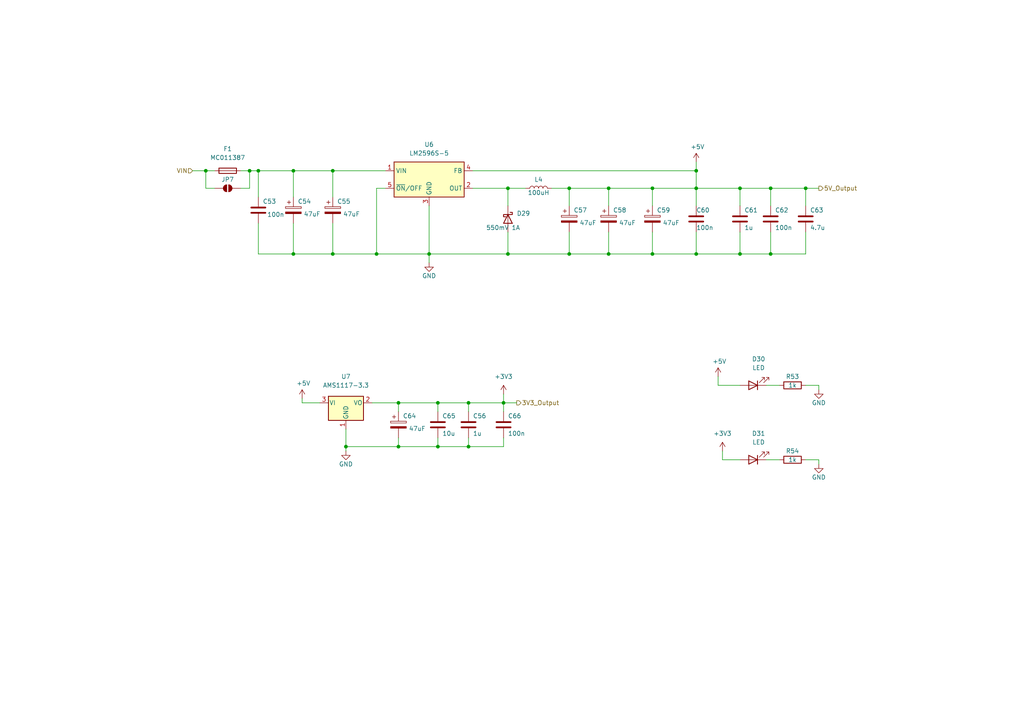
<source format=kicad_sch>
(kicad_sch
	(version 20231120)
	(generator "eeschema")
	(generator_version "8.0")
	(uuid "1dd97cca-15c0-4286-a72a-1a77cd06bd8e")
	(paper "A4")
	(lib_symbols
		(symbol "Device:C"
			(pin_numbers hide)
			(pin_names
				(offset 0.254)
			)
			(exclude_from_sim no)
			(in_bom yes)
			(on_board yes)
			(property "Reference" "C"
				(at 0.635 2.54 0)
				(effects
					(font
						(size 1.27 1.27)
					)
					(justify left)
				)
			)
			(property "Value" "C"
				(at 0.635 -2.54 0)
				(effects
					(font
						(size 1.27 1.27)
					)
					(justify left)
				)
			)
			(property "Footprint" ""
				(at 0.9652 -3.81 0)
				(effects
					(font
						(size 1.27 1.27)
					)
					(hide yes)
				)
			)
			(property "Datasheet" "~"
				(at 0 0 0)
				(effects
					(font
						(size 1.27 1.27)
					)
					(hide yes)
				)
			)
			(property "Description" "Unpolarized capacitor"
				(at 0 0 0)
				(effects
					(font
						(size 1.27 1.27)
					)
					(hide yes)
				)
			)
			(property "ki_keywords" "cap capacitor"
				(at 0 0 0)
				(effects
					(font
						(size 1.27 1.27)
					)
					(hide yes)
				)
			)
			(property "ki_fp_filters" "C_*"
				(at 0 0 0)
				(effects
					(font
						(size 1.27 1.27)
					)
					(hide yes)
				)
			)
			(symbol "C_0_1"
				(polyline
					(pts
						(xy -2.032 -0.762) (xy 2.032 -0.762)
					)
					(stroke
						(width 0.508)
						(type default)
					)
					(fill
						(type none)
					)
				)
				(polyline
					(pts
						(xy -2.032 0.762) (xy 2.032 0.762)
					)
					(stroke
						(width 0.508)
						(type default)
					)
					(fill
						(type none)
					)
				)
			)
			(symbol "C_1_1"
				(pin passive line
					(at 0 3.81 270)
					(length 2.794)
					(name "~"
						(effects
							(font
								(size 1.27 1.27)
							)
						)
					)
					(number "1"
						(effects
							(font
								(size 1.27 1.27)
							)
						)
					)
				)
				(pin passive line
					(at 0 -3.81 90)
					(length 2.794)
					(name "~"
						(effects
							(font
								(size 1.27 1.27)
							)
						)
					)
					(number "2"
						(effects
							(font
								(size 1.27 1.27)
							)
						)
					)
				)
			)
		)
		(symbol "Device:D_Schottky"
			(pin_numbers hide)
			(pin_names
				(offset 1.016) hide)
			(exclude_from_sim no)
			(in_bom yes)
			(on_board yes)
			(property "Reference" "D"
				(at 0 2.54 0)
				(effects
					(font
						(size 1.27 1.27)
					)
				)
			)
			(property "Value" "D_Schottky"
				(at 0 -2.54 0)
				(effects
					(font
						(size 1.27 1.27)
					)
				)
			)
			(property "Footprint" ""
				(at 0 0 0)
				(effects
					(font
						(size 1.27 1.27)
					)
					(hide yes)
				)
			)
			(property "Datasheet" "~"
				(at 0 0 0)
				(effects
					(font
						(size 1.27 1.27)
					)
					(hide yes)
				)
			)
			(property "Description" "Schottky diode"
				(at 0 0 0)
				(effects
					(font
						(size 1.27 1.27)
					)
					(hide yes)
				)
			)
			(property "ki_keywords" "diode Schottky"
				(at 0 0 0)
				(effects
					(font
						(size 1.27 1.27)
					)
					(hide yes)
				)
			)
			(property "ki_fp_filters" "TO-???* *_Diode_* *SingleDiode* D_*"
				(at 0 0 0)
				(effects
					(font
						(size 1.27 1.27)
					)
					(hide yes)
				)
			)
			(symbol "D_Schottky_0_1"
				(polyline
					(pts
						(xy 1.27 0) (xy -1.27 0)
					)
					(stroke
						(width 0)
						(type default)
					)
					(fill
						(type none)
					)
				)
				(polyline
					(pts
						(xy 1.27 1.27) (xy 1.27 -1.27) (xy -1.27 0) (xy 1.27 1.27)
					)
					(stroke
						(width 0.254)
						(type default)
					)
					(fill
						(type none)
					)
				)
				(polyline
					(pts
						(xy -1.905 0.635) (xy -1.905 1.27) (xy -1.27 1.27) (xy -1.27 -1.27) (xy -0.635 -1.27) (xy -0.635 -0.635)
					)
					(stroke
						(width 0.254)
						(type default)
					)
					(fill
						(type none)
					)
				)
			)
			(symbol "D_Schottky_1_1"
				(pin passive line
					(at -3.81 0 0)
					(length 2.54)
					(name "K"
						(effects
							(font
								(size 1.27 1.27)
							)
						)
					)
					(number "1"
						(effects
							(font
								(size 1.27 1.27)
							)
						)
					)
				)
				(pin passive line
					(at 3.81 0 180)
					(length 2.54)
					(name "A"
						(effects
							(font
								(size 1.27 1.27)
							)
						)
					)
					(number "2"
						(effects
							(font
								(size 1.27 1.27)
							)
						)
					)
				)
			)
		)
		(symbol "Device:Fuse"
			(pin_numbers hide)
			(pin_names
				(offset 0)
			)
			(exclude_from_sim no)
			(in_bom yes)
			(on_board yes)
			(property "Reference" "F"
				(at 2.032 0 90)
				(effects
					(font
						(size 1.27 1.27)
					)
				)
			)
			(property "Value" "Fuse"
				(at -1.905 0 90)
				(effects
					(font
						(size 1.27 1.27)
					)
				)
			)
			(property "Footprint" ""
				(at -1.778 0 90)
				(effects
					(font
						(size 1.27 1.27)
					)
					(hide yes)
				)
			)
			(property "Datasheet" "~"
				(at 0 0 0)
				(effects
					(font
						(size 1.27 1.27)
					)
					(hide yes)
				)
			)
			(property "Description" "Fuse"
				(at 0 0 0)
				(effects
					(font
						(size 1.27 1.27)
					)
					(hide yes)
				)
			)
			(property "ki_keywords" "fuse"
				(at 0 0 0)
				(effects
					(font
						(size 1.27 1.27)
					)
					(hide yes)
				)
			)
			(property "ki_fp_filters" "*Fuse*"
				(at 0 0 0)
				(effects
					(font
						(size 1.27 1.27)
					)
					(hide yes)
				)
			)
			(symbol "Fuse_0_1"
				(rectangle
					(start -0.762 -2.54)
					(end 0.762 2.54)
					(stroke
						(width 0.254)
						(type default)
					)
					(fill
						(type none)
					)
				)
				(polyline
					(pts
						(xy 0 2.54) (xy 0 -2.54)
					)
					(stroke
						(width 0)
						(type default)
					)
					(fill
						(type none)
					)
				)
			)
			(symbol "Fuse_1_1"
				(pin passive line
					(at 0 3.81 270)
					(length 1.27)
					(name "~"
						(effects
							(font
								(size 1.27 1.27)
							)
						)
					)
					(number "1"
						(effects
							(font
								(size 1.27 1.27)
							)
						)
					)
				)
				(pin passive line
					(at 0 -3.81 90)
					(length 1.27)
					(name "~"
						(effects
							(font
								(size 1.27 1.27)
							)
						)
					)
					(number "2"
						(effects
							(font
								(size 1.27 1.27)
							)
						)
					)
				)
			)
		)
		(symbol "Device:L"
			(pin_numbers hide)
			(pin_names
				(offset 1.016) hide)
			(exclude_from_sim no)
			(in_bom yes)
			(on_board yes)
			(property "Reference" "L"
				(at -1.27 0 90)
				(effects
					(font
						(size 1.27 1.27)
					)
				)
			)
			(property "Value" "L"
				(at 1.905 0 90)
				(effects
					(font
						(size 1.27 1.27)
					)
				)
			)
			(property "Footprint" ""
				(at 0 0 0)
				(effects
					(font
						(size 1.27 1.27)
					)
					(hide yes)
				)
			)
			(property "Datasheet" "~"
				(at 0 0 0)
				(effects
					(font
						(size 1.27 1.27)
					)
					(hide yes)
				)
			)
			(property "Description" "Inductor"
				(at 0 0 0)
				(effects
					(font
						(size 1.27 1.27)
					)
					(hide yes)
				)
			)
			(property "ki_keywords" "inductor choke coil reactor magnetic"
				(at 0 0 0)
				(effects
					(font
						(size 1.27 1.27)
					)
					(hide yes)
				)
			)
			(property "ki_fp_filters" "Choke_* *Coil* Inductor_* L_*"
				(at 0 0 0)
				(effects
					(font
						(size 1.27 1.27)
					)
					(hide yes)
				)
			)
			(symbol "L_0_1"
				(arc
					(start 0 -2.54)
					(mid 0.6323 -1.905)
					(end 0 -1.27)
					(stroke
						(width 0)
						(type default)
					)
					(fill
						(type none)
					)
				)
				(arc
					(start 0 -1.27)
					(mid 0.6323 -0.635)
					(end 0 0)
					(stroke
						(width 0)
						(type default)
					)
					(fill
						(type none)
					)
				)
				(arc
					(start 0 0)
					(mid 0.6323 0.635)
					(end 0 1.27)
					(stroke
						(width 0)
						(type default)
					)
					(fill
						(type none)
					)
				)
				(arc
					(start 0 1.27)
					(mid 0.6323 1.905)
					(end 0 2.54)
					(stroke
						(width 0)
						(type default)
					)
					(fill
						(type none)
					)
				)
			)
			(symbol "L_1_1"
				(pin passive line
					(at 0 3.81 270)
					(length 1.27)
					(name "1"
						(effects
							(font
								(size 1.27 1.27)
							)
						)
					)
					(number "1"
						(effects
							(font
								(size 1.27 1.27)
							)
						)
					)
				)
				(pin passive line
					(at 0 -3.81 90)
					(length 1.27)
					(name "2"
						(effects
							(font
								(size 1.27 1.27)
							)
						)
					)
					(number "2"
						(effects
							(font
								(size 1.27 1.27)
							)
						)
					)
				)
			)
		)
		(symbol "Device:LED"
			(pin_numbers hide)
			(pin_names
				(offset 1.016) hide)
			(exclude_from_sim no)
			(in_bom yes)
			(on_board yes)
			(property "Reference" "D"
				(at 0 2.54 0)
				(effects
					(font
						(size 1.27 1.27)
					)
				)
			)
			(property "Value" "LED"
				(at 0 -2.54 0)
				(effects
					(font
						(size 1.27 1.27)
					)
				)
			)
			(property "Footprint" ""
				(at 0 0 0)
				(effects
					(font
						(size 1.27 1.27)
					)
					(hide yes)
				)
			)
			(property "Datasheet" "~"
				(at 0 0 0)
				(effects
					(font
						(size 1.27 1.27)
					)
					(hide yes)
				)
			)
			(property "Description" "Light emitting diode"
				(at 0 0 0)
				(effects
					(font
						(size 1.27 1.27)
					)
					(hide yes)
				)
			)
			(property "ki_keywords" "LED diode"
				(at 0 0 0)
				(effects
					(font
						(size 1.27 1.27)
					)
					(hide yes)
				)
			)
			(property "ki_fp_filters" "LED* LED_SMD:* LED_THT:*"
				(at 0 0 0)
				(effects
					(font
						(size 1.27 1.27)
					)
					(hide yes)
				)
			)
			(symbol "LED_0_1"
				(polyline
					(pts
						(xy -1.27 -1.27) (xy -1.27 1.27)
					)
					(stroke
						(width 0.254)
						(type default)
					)
					(fill
						(type none)
					)
				)
				(polyline
					(pts
						(xy -1.27 0) (xy 1.27 0)
					)
					(stroke
						(width 0)
						(type default)
					)
					(fill
						(type none)
					)
				)
				(polyline
					(pts
						(xy 1.27 -1.27) (xy 1.27 1.27) (xy -1.27 0) (xy 1.27 -1.27)
					)
					(stroke
						(width 0.254)
						(type default)
					)
					(fill
						(type none)
					)
				)
				(polyline
					(pts
						(xy -3.048 -0.762) (xy -4.572 -2.286) (xy -3.81 -2.286) (xy -4.572 -2.286) (xy -4.572 -1.524)
					)
					(stroke
						(width 0)
						(type default)
					)
					(fill
						(type none)
					)
				)
				(polyline
					(pts
						(xy -1.778 -0.762) (xy -3.302 -2.286) (xy -2.54 -2.286) (xy -3.302 -2.286) (xy -3.302 -1.524)
					)
					(stroke
						(width 0)
						(type default)
					)
					(fill
						(type none)
					)
				)
			)
			(symbol "LED_1_1"
				(pin passive line
					(at -3.81 0 0)
					(length 2.54)
					(name "K"
						(effects
							(font
								(size 1.27 1.27)
							)
						)
					)
					(number "1"
						(effects
							(font
								(size 1.27 1.27)
							)
						)
					)
				)
				(pin passive line
					(at 3.81 0 180)
					(length 2.54)
					(name "A"
						(effects
							(font
								(size 1.27 1.27)
							)
						)
					)
					(number "2"
						(effects
							(font
								(size 1.27 1.27)
							)
						)
					)
				)
			)
		)
		(symbol "Device:R"
			(pin_numbers hide)
			(pin_names
				(offset 0)
			)
			(exclude_from_sim no)
			(in_bom yes)
			(on_board yes)
			(property "Reference" "R"
				(at 2.032 0 90)
				(effects
					(font
						(size 1.27 1.27)
					)
				)
			)
			(property "Value" "R"
				(at 0 0 90)
				(effects
					(font
						(size 1.27 1.27)
					)
				)
			)
			(property "Footprint" ""
				(at -1.778 0 90)
				(effects
					(font
						(size 1.27 1.27)
					)
					(hide yes)
				)
			)
			(property "Datasheet" "~"
				(at 0 0 0)
				(effects
					(font
						(size 1.27 1.27)
					)
					(hide yes)
				)
			)
			(property "Description" "Resistor"
				(at 0 0 0)
				(effects
					(font
						(size 1.27 1.27)
					)
					(hide yes)
				)
			)
			(property "ki_keywords" "R res resistor"
				(at 0 0 0)
				(effects
					(font
						(size 1.27 1.27)
					)
					(hide yes)
				)
			)
			(property "ki_fp_filters" "R_*"
				(at 0 0 0)
				(effects
					(font
						(size 1.27 1.27)
					)
					(hide yes)
				)
			)
			(symbol "R_0_1"
				(rectangle
					(start -1.016 -2.54)
					(end 1.016 2.54)
					(stroke
						(width 0.254)
						(type default)
					)
					(fill
						(type none)
					)
				)
			)
			(symbol "R_1_1"
				(pin passive line
					(at 0 3.81 270)
					(length 1.27)
					(name "~"
						(effects
							(font
								(size 1.27 1.27)
							)
						)
					)
					(number "1"
						(effects
							(font
								(size 1.27 1.27)
							)
						)
					)
				)
				(pin passive line
					(at 0 -3.81 90)
					(length 1.27)
					(name "~"
						(effects
							(font
								(size 1.27 1.27)
							)
						)
					)
					(number "2"
						(effects
							(font
								(size 1.27 1.27)
							)
						)
					)
				)
			)
		)
		(symbol "Jumper:SolderJumper_2_Open"
			(pin_numbers hide)
			(pin_names
				(offset 0) hide)
			(exclude_from_sim yes)
			(in_bom no)
			(on_board yes)
			(property "Reference" "JP"
				(at 0 2.032 0)
				(effects
					(font
						(size 1.27 1.27)
					)
				)
			)
			(property "Value" "SolderJumper_2_Open"
				(at 0 -2.54 0)
				(effects
					(font
						(size 1.27 1.27)
					)
				)
			)
			(property "Footprint" ""
				(at 0 0 0)
				(effects
					(font
						(size 1.27 1.27)
					)
					(hide yes)
				)
			)
			(property "Datasheet" "~"
				(at 0 0 0)
				(effects
					(font
						(size 1.27 1.27)
					)
					(hide yes)
				)
			)
			(property "Description" "Solder Jumper, 2-pole, open"
				(at 0 0 0)
				(effects
					(font
						(size 1.27 1.27)
					)
					(hide yes)
				)
			)
			(property "ki_keywords" "solder jumper SPST"
				(at 0 0 0)
				(effects
					(font
						(size 1.27 1.27)
					)
					(hide yes)
				)
			)
			(property "ki_fp_filters" "SolderJumper*Open*"
				(at 0 0 0)
				(effects
					(font
						(size 1.27 1.27)
					)
					(hide yes)
				)
			)
			(symbol "SolderJumper_2_Open_0_1"
				(arc
					(start -0.254 1.016)
					(mid -1.2656 0)
					(end -0.254 -1.016)
					(stroke
						(width 0)
						(type default)
					)
					(fill
						(type none)
					)
				)
				(arc
					(start -0.254 1.016)
					(mid -1.2656 0)
					(end -0.254 -1.016)
					(stroke
						(width 0)
						(type default)
					)
					(fill
						(type outline)
					)
				)
				(polyline
					(pts
						(xy -0.254 1.016) (xy -0.254 -1.016)
					)
					(stroke
						(width 0)
						(type default)
					)
					(fill
						(type none)
					)
				)
				(polyline
					(pts
						(xy 0.254 1.016) (xy 0.254 -1.016)
					)
					(stroke
						(width 0)
						(type default)
					)
					(fill
						(type none)
					)
				)
				(arc
					(start 0.254 -1.016)
					(mid 1.2656 0)
					(end 0.254 1.016)
					(stroke
						(width 0)
						(type default)
					)
					(fill
						(type none)
					)
				)
				(arc
					(start 0.254 -1.016)
					(mid 1.2656 0)
					(end 0.254 1.016)
					(stroke
						(width 0)
						(type default)
					)
					(fill
						(type outline)
					)
				)
			)
			(symbol "SolderJumper_2_Open_1_1"
				(pin passive line
					(at -3.81 0 0)
					(length 2.54)
					(name "A"
						(effects
							(font
								(size 1.27 1.27)
							)
						)
					)
					(number "1"
						(effects
							(font
								(size 1.27 1.27)
							)
						)
					)
				)
				(pin passive line
					(at 3.81 0 180)
					(length 2.54)
					(name "B"
						(effects
							(font
								(size 1.27 1.27)
							)
						)
					)
					(number "2"
						(effects
							(font
								(size 1.27 1.27)
							)
						)
					)
				)
			)
		)
		(symbol "Nextion_DASH_v1-rescue:CP-Device"
			(pin_numbers hide)
			(pin_names
				(offset 0.254)
			)
			(exclude_from_sim no)
			(in_bom yes)
			(on_board yes)
			(property "Reference" "C"
				(at 0.635 2.54 0)
				(effects
					(font
						(size 1.27 1.27)
					)
					(justify left)
				)
			)
			(property "Value" "CP-Device"
				(at 0.635 -2.54 0)
				(effects
					(font
						(size 1.27 1.27)
					)
					(justify left)
				)
			)
			(property "Footprint" ""
				(at 0.9652 -3.81 0)
				(effects
					(font
						(size 1.27 1.27)
					)
					(hide yes)
				)
			)
			(property "Datasheet" ""
				(at 0 0 0)
				(effects
					(font
						(size 1.27 1.27)
					)
					(hide yes)
				)
			)
			(property "Description" ""
				(at 0 0 0)
				(effects
					(font
						(size 1.27 1.27)
					)
					(hide yes)
				)
			)
			(property "ki_fp_filters" "CP_*"
				(at 0 0 0)
				(effects
					(font
						(size 1.27 1.27)
					)
					(hide yes)
				)
			)
			(symbol "CP-Device_0_1"
				(rectangle
					(start -2.286 0.508)
					(end 2.286 1.016)
					(stroke
						(width 0)
						(type default)
					)
					(fill
						(type none)
					)
				)
				(polyline
					(pts
						(xy -1.778 2.286) (xy -0.762 2.286)
					)
					(stroke
						(width 0)
						(type default)
					)
					(fill
						(type none)
					)
				)
				(polyline
					(pts
						(xy -1.27 2.794) (xy -1.27 1.778)
					)
					(stroke
						(width 0)
						(type default)
					)
					(fill
						(type none)
					)
				)
				(rectangle
					(start 2.286 -0.508)
					(end -2.286 -1.016)
					(stroke
						(width 0)
						(type default)
					)
					(fill
						(type outline)
					)
				)
			)
			(symbol "CP-Device_1_1"
				(pin passive line
					(at 0 3.81 270)
					(length 2.794)
					(name "~"
						(effects
							(font
								(size 1.27 1.27)
							)
						)
					)
					(number "1"
						(effects
							(font
								(size 1.27 1.27)
							)
						)
					)
				)
				(pin passive line
					(at 0 -3.81 90)
					(length 2.794)
					(name "~"
						(effects
							(font
								(size 1.27 1.27)
							)
						)
					)
					(number "2"
						(effects
							(font
								(size 1.27 1.27)
							)
						)
					)
				)
			)
		)
		(symbol "Regulator_Linear:AMS1117-3.3"
			(pin_names
				(offset 0.254)
			)
			(exclude_from_sim no)
			(in_bom yes)
			(on_board yes)
			(property "Reference" "U"
				(at -3.81 3.175 0)
				(effects
					(font
						(size 1.27 1.27)
					)
				)
			)
			(property "Value" "AMS1117-3.3"
				(at 0 3.175 0)
				(effects
					(font
						(size 1.27 1.27)
					)
					(justify left)
				)
			)
			(property "Footprint" "Package_TO_SOT_SMD:SOT-223-3_TabPin2"
				(at 0 5.08 0)
				(effects
					(font
						(size 1.27 1.27)
					)
					(hide yes)
				)
			)
			(property "Datasheet" "http://www.advanced-monolithic.com/pdf/ds1117.pdf"
				(at 2.54 -6.35 0)
				(effects
					(font
						(size 1.27 1.27)
					)
					(hide yes)
				)
			)
			(property "Description" "1A Low Dropout regulator, positive, 3.3V fixed output, SOT-223"
				(at 0 0 0)
				(effects
					(font
						(size 1.27 1.27)
					)
					(hide yes)
				)
			)
			(property "ki_keywords" "linear regulator ldo fixed positive"
				(at 0 0 0)
				(effects
					(font
						(size 1.27 1.27)
					)
					(hide yes)
				)
			)
			(property "ki_fp_filters" "SOT?223*TabPin2*"
				(at 0 0 0)
				(effects
					(font
						(size 1.27 1.27)
					)
					(hide yes)
				)
			)
			(symbol "AMS1117-3.3_0_1"
				(rectangle
					(start -5.08 -5.08)
					(end 5.08 1.905)
					(stroke
						(width 0.254)
						(type default)
					)
					(fill
						(type background)
					)
				)
			)
			(symbol "AMS1117-3.3_1_1"
				(pin power_in line
					(at 0 -7.62 90)
					(length 2.54)
					(name "GND"
						(effects
							(font
								(size 1.27 1.27)
							)
						)
					)
					(number "1"
						(effects
							(font
								(size 1.27 1.27)
							)
						)
					)
				)
				(pin power_out line
					(at 7.62 0 180)
					(length 2.54)
					(name "VO"
						(effects
							(font
								(size 1.27 1.27)
							)
						)
					)
					(number "2"
						(effects
							(font
								(size 1.27 1.27)
							)
						)
					)
				)
				(pin power_in line
					(at -7.62 0 0)
					(length 2.54)
					(name "VI"
						(effects
							(font
								(size 1.27 1.27)
							)
						)
					)
					(number "3"
						(effects
							(font
								(size 1.27 1.27)
							)
						)
					)
				)
			)
		)
		(symbol "Regulator_Switching:LM2596S-5"
			(exclude_from_sim no)
			(in_bom yes)
			(on_board yes)
			(property "Reference" "U"
				(at -10.16 6.35 0)
				(effects
					(font
						(size 1.27 1.27)
					)
					(justify left)
				)
			)
			(property "Value" "LM2596S-5"
				(at 0 6.35 0)
				(effects
					(font
						(size 1.27 1.27)
					)
					(justify left)
				)
			)
			(property "Footprint" "Package_TO_SOT_SMD:TO-263-5_TabPin3"
				(at 1.27 -6.35 0)
				(effects
					(font
						(size 1.27 1.27)
						(italic yes)
					)
					(justify left)
					(hide yes)
				)
			)
			(property "Datasheet" "http://www.ti.com/lit/ds/symlink/lm2596.pdf"
				(at 0 0 0)
				(effects
					(font
						(size 1.27 1.27)
					)
					(hide yes)
				)
			)
			(property "Description" "5V 3A Step-Down Voltage Regulator, TO-263"
				(at 0 0 0)
				(effects
					(font
						(size 1.27 1.27)
					)
					(hide yes)
				)
			)
			(property "ki_keywords" "Step-Down Voltage Regulator 5V 3A"
				(at 0 0 0)
				(effects
					(font
						(size 1.27 1.27)
					)
					(hide yes)
				)
			)
			(property "ki_fp_filters" "TO?263*"
				(at 0 0 0)
				(effects
					(font
						(size 1.27 1.27)
					)
					(hide yes)
				)
			)
			(symbol "LM2596S-5_0_1"
				(rectangle
					(start -10.16 5.08)
					(end 10.16 -5.08)
					(stroke
						(width 0.254)
						(type default)
					)
					(fill
						(type background)
					)
				)
			)
			(symbol "LM2596S-5_1_1"
				(pin power_in line
					(at -12.7 2.54 0)
					(length 2.54)
					(name "VIN"
						(effects
							(font
								(size 1.27 1.27)
							)
						)
					)
					(number "1"
						(effects
							(font
								(size 1.27 1.27)
							)
						)
					)
				)
				(pin output line
					(at 12.7 -2.54 180)
					(length 2.54)
					(name "OUT"
						(effects
							(font
								(size 1.27 1.27)
							)
						)
					)
					(number "2"
						(effects
							(font
								(size 1.27 1.27)
							)
						)
					)
				)
				(pin power_in line
					(at 0 -7.62 90)
					(length 2.54)
					(name "GND"
						(effects
							(font
								(size 1.27 1.27)
							)
						)
					)
					(number "3"
						(effects
							(font
								(size 1.27 1.27)
							)
						)
					)
				)
				(pin input line
					(at 12.7 2.54 180)
					(length 2.54)
					(name "FB"
						(effects
							(font
								(size 1.27 1.27)
							)
						)
					)
					(number "4"
						(effects
							(font
								(size 1.27 1.27)
							)
						)
					)
				)
				(pin input line
					(at -12.7 -2.54 0)
					(length 2.54)
					(name "~{ON}/OFF"
						(effects
							(font
								(size 1.27 1.27)
							)
						)
					)
					(number "5"
						(effects
							(font
								(size 1.27 1.27)
							)
						)
					)
				)
			)
		)
		(symbol "power:+3V3"
			(power)
			(pin_names
				(offset 0)
			)
			(exclude_from_sim no)
			(in_bom yes)
			(on_board yes)
			(property "Reference" "#PWR"
				(at 0 -3.81 0)
				(effects
					(font
						(size 1.27 1.27)
					)
					(hide yes)
				)
			)
			(property "Value" "+3V3"
				(at 0 3.556 0)
				(effects
					(font
						(size 1.27 1.27)
					)
				)
			)
			(property "Footprint" ""
				(at 0 0 0)
				(effects
					(font
						(size 1.27 1.27)
					)
					(hide yes)
				)
			)
			(property "Datasheet" ""
				(at 0 0 0)
				(effects
					(font
						(size 1.27 1.27)
					)
					(hide yes)
				)
			)
			(property "Description" "Power symbol creates a global label with name \"+3V3\""
				(at 0 0 0)
				(effects
					(font
						(size 1.27 1.27)
					)
					(hide yes)
				)
			)
			(property "ki_keywords" "global power"
				(at 0 0 0)
				(effects
					(font
						(size 1.27 1.27)
					)
					(hide yes)
				)
			)
			(symbol "+3V3_0_1"
				(polyline
					(pts
						(xy -0.762 1.27) (xy 0 2.54)
					)
					(stroke
						(width 0)
						(type default)
					)
					(fill
						(type none)
					)
				)
				(polyline
					(pts
						(xy 0 0) (xy 0 2.54)
					)
					(stroke
						(width 0)
						(type default)
					)
					(fill
						(type none)
					)
				)
				(polyline
					(pts
						(xy 0 2.54) (xy 0.762 1.27)
					)
					(stroke
						(width 0)
						(type default)
					)
					(fill
						(type none)
					)
				)
			)
			(symbol "+3V3_1_1"
				(pin power_in line
					(at 0 0 90)
					(length 0) hide
					(name "+3V3"
						(effects
							(font
								(size 1.27 1.27)
							)
						)
					)
					(number "1"
						(effects
							(font
								(size 1.27 1.27)
							)
						)
					)
				)
			)
		)
		(symbol "power:+5V"
			(power)
			(pin_names
				(offset 0)
			)
			(exclude_from_sim no)
			(in_bom yes)
			(on_board yes)
			(property "Reference" "#PWR"
				(at 0 -3.81 0)
				(effects
					(font
						(size 1.27 1.27)
					)
					(hide yes)
				)
			)
			(property "Value" "+5V"
				(at 0 3.556 0)
				(effects
					(font
						(size 1.27 1.27)
					)
				)
			)
			(property "Footprint" ""
				(at 0 0 0)
				(effects
					(font
						(size 1.27 1.27)
					)
					(hide yes)
				)
			)
			(property "Datasheet" ""
				(at 0 0 0)
				(effects
					(font
						(size 1.27 1.27)
					)
					(hide yes)
				)
			)
			(property "Description" "Power symbol creates a global label with name \"+5V\""
				(at 0 0 0)
				(effects
					(font
						(size 1.27 1.27)
					)
					(hide yes)
				)
			)
			(property "ki_keywords" "power-flag"
				(at 0 0 0)
				(effects
					(font
						(size 1.27 1.27)
					)
					(hide yes)
				)
			)
			(symbol "+5V_0_1"
				(polyline
					(pts
						(xy -0.762 1.27) (xy 0 2.54)
					)
					(stroke
						(width 0)
						(type default)
					)
					(fill
						(type none)
					)
				)
				(polyline
					(pts
						(xy 0 0) (xy 0 2.54)
					)
					(stroke
						(width 0)
						(type default)
					)
					(fill
						(type none)
					)
				)
				(polyline
					(pts
						(xy 0 2.54) (xy 0.762 1.27)
					)
					(stroke
						(width 0)
						(type default)
					)
					(fill
						(type none)
					)
				)
			)
			(symbol "+5V_1_1"
				(pin power_in line
					(at 0 0 90)
					(length 0) hide
					(name "+5V"
						(effects
							(font
								(size 1.27 1.27)
							)
						)
					)
					(number "1"
						(effects
							(font
								(size 1.27 1.27)
							)
						)
					)
				)
			)
		)
		(symbol "power:GND"
			(power)
			(pin_names
				(offset 0)
			)
			(exclude_from_sim no)
			(in_bom yes)
			(on_board yes)
			(property "Reference" "#PWR"
				(at 0 -6.35 0)
				(effects
					(font
						(size 1.27 1.27)
					)
					(hide yes)
				)
			)
			(property "Value" "GND"
				(at 0 -3.81 0)
				(effects
					(font
						(size 1.27 1.27)
					)
				)
			)
			(property "Footprint" ""
				(at 0 0 0)
				(effects
					(font
						(size 1.27 1.27)
					)
					(hide yes)
				)
			)
			(property "Datasheet" ""
				(at 0 0 0)
				(effects
					(font
						(size 1.27 1.27)
					)
					(hide yes)
				)
			)
			(property "Description" "Power symbol creates a global label with name \"GND\" , ground"
				(at 0 0 0)
				(effects
					(font
						(size 1.27 1.27)
					)
					(hide yes)
				)
			)
			(property "ki_keywords" "global power"
				(at 0 0 0)
				(effects
					(font
						(size 1.27 1.27)
					)
					(hide yes)
				)
			)
			(symbol "GND_0_1"
				(polyline
					(pts
						(xy 0 0) (xy 0 -1.27) (xy 1.27 -1.27) (xy 0 -2.54) (xy -1.27 -1.27) (xy 0 -1.27)
					)
					(stroke
						(width 0)
						(type default)
					)
					(fill
						(type none)
					)
				)
			)
			(symbol "GND_1_1"
				(pin power_in line
					(at 0 0 270)
					(length 0) hide
					(name "GND"
						(effects
							(font
								(size 1.27 1.27)
							)
						)
					)
					(number "1"
						(effects
							(font
								(size 1.27 1.27)
							)
						)
					)
				)
			)
		)
	)
	(junction
		(at 127 129.54)
		(diameter 0)
		(color 0 0 0 0)
		(uuid "1ca454f4-8603-4559-8579-db9b1ce1d086")
	)
	(junction
		(at 59.69 49.53)
		(diameter 0)
		(color 0 0 0 0)
		(uuid "2a2f02cd-bd10-4b61-9998-1f5949a49d74")
	)
	(junction
		(at 115.57 129.54)
		(diameter 0)
		(color 0 0 0 0)
		(uuid "344a00ee-0b58-4d19-80f8-73ac67b450f8")
	)
	(junction
		(at 189.23 73.66)
		(diameter 0)
		(color 0 0 0 0)
		(uuid "36f1478e-9086-400c-8c8d-216bfdca173c")
	)
	(junction
		(at 146.05 116.84)
		(diameter 0)
		(color 0 0 0 0)
		(uuid "3aa267db-66b4-4878-82fc-38b41c0703ee")
	)
	(junction
		(at 74.93 49.53)
		(diameter 0)
		(color 0 0 0 0)
		(uuid "51a02bf9-e52b-4fb7-b767-2ba292504bb1")
	)
	(junction
		(at 127 116.84)
		(diameter 0)
		(color 0 0 0 0)
		(uuid "5ce3b5fb-ea5c-436b-8919-171a733de132")
	)
	(junction
		(at 223.52 54.61)
		(diameter 0)
		(color 0 0 0 0)
		(uuid "64a900a6-adca-4c79-bfd0-2448e6f5252d")
	)
	(junction
		(at 147.32 54.61)
		(diameter 0)
		(color 0 0 0 0)
		(uuid "6c72a4e5-cf87-4ccd-82a1-41e0be509487")
	)
	(junction
		(at 189.23 54.61)
		(diameter 0)
		(color 0 0 0 0)
		(uuid "723c0c10-a601-43aa-9b2f-e10ac4cf762c")
	)
	(junction
		(at 96.52 49.53)
		(diameter 0)
		(color 0 0 0 0)
		(uuid "727890fd-aa90-4a49-a493-1f571549ad10")
	)
	(junction
		(at 100.33 129.54)
		(diameter 0)
		(color 0 0 0 0)
		(uuid "7c6e21ce-98ac-4b90-b633-2916fb9ab18b")
	)
	(junction
		(at 214.63 54.61)
		(diameter 0)
		(color 0 0 0 0)
		(uuid "7c8b5964-fa68-465e-9035-7b72525a1918")
	)
	(junction
		(at 176.53 54.61)
		(diameter 0)
		(color 0 0 0 0)
		(uuid "7d66235c-8990-4211-b140-2397da85d021")
	)
	(junction
		(at 165.1 54.61)
		(diameter 0)
		(color 0 0 0 0)
		(uuid "951fbabe-c5c6-4454-b7a2-6c4236dd4edd")
	)
	(junction
		(at 165.1 73.66)
		(diameter 0)
		(color 0 0 0 0)
		(uuid "9b30aa66-4ba5-413c-87b6-caee1b17650f")
	)
	(junction
		(at 85.09 73.66)
		(diameter 0)
		(color 0 0 0 0)
		(uuid "ab270bee-8f51-4696-9c7f-ca3adc97eb82")
	)
	(junction
		(at 214.63 73.66)
		(diameter 0)
		(color 0 0 0 0)
		(uuid "ab4400c5-1f09-421d-9548-7ec7579f9db8")
	)
	(junction
		(at 176.53 73.66)
		(diameter 0)
		(color 0 0 0 0)
		(uuid "acd3a1e3-96d3-479e-8db8-b7fc43b215d1")
	)
	(junction
		(at 72.39 49.53)
		(diameter 0)
		(color 0 0 0 0)
		(uuid "ae598aad-7470-4b36-8ae1-644aee19a5b3")
	)
	(junction
		(at 135.89 129.54)
		(diameter 0)
		(color 0 0 0 0)
		(uuid "afd380e2-9f97-4581-a3ca-6720fda76ce3")
	)
	(junction
		(at 109.22 73.66)
		(diameter 0)
		(color 0 0 0 0)
		(uuid "b319d10e-7431-429a-b63c-219ae0ba3bf1")
	)
	(junction
		(at 124.46 73.66)
		(diameter 0)
		(color 0 0 0 0)
		(uuid "b8d39f08-6094-46b4-b5d7-8c7fcd06e4d0")
	)
	(junction
		(at 96.52 73.66)
		(diameter 0)
		(color 0 0 0 0)
		(uuid "ba3683be-f0ef-4379-8bee-6f795de9b63b")
	)
	(junction
		(at 201.93 54.61)
		(diameter 0)
		(color 0 0 0 0)
		(uuid "ce6f8fd0-b7af-44ef-8214-232840730a50")
	)
	(junction
		(at 115.57 116.84)
		(diameter 0)
		(color 0 0 0 0)
		(uuid "d5f7272f-c582-4ef9-8dda-9e3592a57593")
	)
	(junction
		(at 201.93 49.53)
		(diameter 0)
		(color 0 0 0 0)
		(uuid "d88bb46a-58d9-418b-b05a-426f58c2e518")
	)
	(junction
		(at 223.52 73.66)
		(diameter 0)
		(color 0 0 0 0)
		(uuid "dc0a9dd3-388c-465a-bf51-0ab0d3c60995")
	)
	(junction
		(at 201.93 73.66)
		(diameter 0)
		(color 0 0 0 0)
		(uuid "dcc0fe7a-300d-4b01-9ba0-bda54edff994")
	)
	(junction
		(at 233.68 54.61)
		(diameter 0)
		(color 0 0 0 0)
		(uuid "e532fef3-84a5-4cfd-86df-8f1b55562f14")
	)
	(junction
		(at 135.89 116.84)
		(diameter 0)
		(color 0 0 0 0)
		(uuid "ec9acc2a-be68-4bcb-91e7-6b5dacfa51b7")
	)
	(junction
		(at 85.09 49.53)
		(diameter 0)
		(color 0 0 0 0)
		(uuid "f5730cb6-db35-4601-8b89-a6c72f697165")
	)
	(junction
		(at 147.32 73.66)
		(diameter 0)
		(color 0 0 0 0)
		(uuid "f6d9a043-9f03-4fde-b705-62d69a4e33c2")
	)
	(wire
		(pts
			(xy 111.76 49.53) (xy 96.52 49.53)
		)
		(stroke
			(width 0)
			(type default)
		)
		(uuid "010ee330-1b29-4c38-9844-75faea1ebf56")
	)
	(wire
		(pts
			(xy 223.52 54.61) (xy 233.68 54.61)
		)
		(stroke
			(width 0)
			(type default)
		)
		(uuid "02452917-9cb0-4820-b91b-56acaa5d45b6")
	)
	(wire
		(pts
			(xy 176.53 54.61) (xy 189.23 54.61)
		)
		(stroke
			(width 0)
			(type default)
		)
		(uuid "0773c632-c34f-4199-a288-bdb5c7a7894c")
	)
	(wire
		(pts
			(xy 124.46 73.66) (xy 124.46 76.2)
		)
		(stroke
			(width 0)
			(type default)
		)
		(uuid "0b127eb8-91c9-43a6-8637-3adc97cdeb59")
	)
	(wire
		(pts
			(xy 115.57 129.54) (xy 127 129.54)
		)
		(stroke
			(width 0)
			(type default)
		)
		(uuid "0be0f24c-d0f3-4f60-a4bf-b915db66eb58")
	)
	(wire
		(pts
			(xy 214.63 54.61) (xy 223.52 54.61)
		)
		(stroke
			(width 0)
			(type default)
		)
		(uuid "0c4936f2-f87c-4504-a088-a5584a08f11f")
	)
	(wire
		(pts
			(xy 137.16 54.61) (xy 147.32 54.61)
		)
		(stroke
			(width 0)
			(type default)
		)
		(uuid "0ddee4e5-b26e-4f46-bac3-fe6c1fb5da8b")
	)
	(wire
		(pts
			(xy 55.88 49.53) (xy 59.69 49.53)
		)
		(stroke
			(width 0)
			(type default)
		)
		(uuid "12767653-897e-4618-b2ba-6cfcb6736d3c")
	)
	(wire
		(pts
			(xy 165.1 54.61) (xy 165.1 59.69)
		)
		(stroke
			(width 0)
			(type default)
		)
		(uuid "1370fb43-7eff-4a37-a5f3-23055766bac5")
	)
	(wire
		(pts
			(xy 74.93 49.53) (xy 85.09 49.53)
		)
		(stroke
			(width 0)
			(type default)
		)
		(uuid "161c34a2-2825-4c7c-af91-93df5fd3047e")
	)
	(wire
		(pts
			(xy 147.32 73.66) (xy 165.1 73.66)
		)
		(stroke
			(width 0)
			(type default)
		)
		(uuid "17d0e463-80ae-431a-966b-64c27c43c8c2")
	)
	(wire
		(pts
			(xy 109.22 54.61) (xy 109.22 73.66)
		)
		(stroke
			(width 0)
			(type default)
		)
		(uuid "1a1d34f4-791f-4d27-a32f-48612362c244")
	)
	(wire
		(pts
			(xy 214.63 67.31) (xy 214.63 73.66)
		)
		(stroke
			(width 0)
			(type default)
		)
		(uuid "1a3b7dbe-2199-4163-ba1f-330a89c3242b")
	)
	(wire
		(pts
			(xy 127 129.54) (xy 135.89 129.54)
		)
		(stroke
			(width 0)
			(type default)
		)
		(uuid "1b118769-cf6e-4c78-beeb-2c6f35727a9c")
	)
	(wire
		(pts
			(xy 160.02 54.61) (xy 165.1 54.61)
		)
		(stroke
			(width 0)
			(type default)
		)
		(uuid "1cb17487-0730-44de-ac1b-5b006517b463")
	)
	(wire
		(pts
			(xy 135.89 116.84) (xy 135.89 119.38)
		)
		(stroke
			(width 0)
			(type default)
		)
		(uuid "1e2b568e-93cd-4b75-a5ab-86e2a6386824")
	)
	(wire
		(pts
			(xy 189.23 54.61) (xy 189.23 59.69)
		)
		(stroke
			(width 0)
			(type default)
		)
		(uuid "1eac0628-de66-4b35-92fa-191b61728343")
	)
	(wire
		(pts
			(xy 147.32 54.61) (xy 152.4 54.61)
		)
		(stroke
			(width 0)
			(type default)
		)
		(uuid "231bbb06-6c91-4cc4-bbf8-95bbec516c44")
	)
	(wire
		(pts
			(xy 124.46 59.69) (xy 124.46 73.66)
		)
		(stroke
			(width 0)
			(type default)
		)
		(uuid "247b1967-13fb-47cd-92fa-e6ed35257b7d")
	)
	(wire
		(pts
			(xy 165.1 67.31) (xy 165.1 73.66)
		)
		(stroke
			(width 0)
			(type default)
		)
		(uuid "275ca133-5f33-413d-b341-f05e20951e46")
	)
	(wire
		(pts
			(xy 85.09 49.53) (xy 85.09 57.15)
		)
		(stroke
			(width 0)
			(type default)
		)
		(uuid "2af67811-8f5f-4d7d-8df6-68b9a447567a")
	)
	(wire
		(pts
			(xy 208.28 111.76) (xy 214.63 111.76)
		)
		(stroke
			(width 0)
			(type default)
		)
		(uuid "33a11813-f1eb-4d96-8b8c-5a07883abfcc")
	)
	(wire
		(pts
			(xy 146.05 127) (xy 146.05 129.54)
		)
		(stroke
			(width 0)
			(type default)
		)
		(uuid "34430506-e5b6-4e96-b649-93980097a23f")
	)
	(wire
		(pts
			(xy 233.68 133.35) (xy 237.49 133.35)
		)
		(stroke
			(width 0)
			(type default)
		)
		(uuid "35972f89-ed52-4e90-9ae1-1d64ba9924ac")
	)
	(wire
		(pts
			(xy 165.1 54.61) (xy 176.53 54.61)
		)
		(stroke
			(width 0)
			(type default)
		)
		(uuid "3715e2dd-8c47-44a2-8b23-933b379d6113")
	)
	(wire
		(pts
			(xy 135.89 127) (xy 135.89 129.54)
		)
		(stroke
			(width 0)
			(type default)
		)
		(uuid "371cf6f6-ee03-4b86-acb4-4ad0d42ce0fd")
	)
	(wire
		(pts
			(xy 135.89 116.84) (xy 127 116.84)
		)
		(stroke
			(width 0)
			(type default)
		)
		(uuid "3b61b880-7555-4208-9dea-9d962d01e991")
	)
	(wire
		(pts
			(xy 201.93 67.31) (xy 201.93 73.66)
		)
		(stroke
			(width 0)
			(type default)
		)
		(uuid "3b673991-a059-436b-815e-186032500929")
	)
	(wire
		(pts
			(xy 189.23 73.66) (xy 201.93 73.66)
		)
		(stroke
			(width 0)
			(type default)
		)
		(uuid "3b914057-d791-4e96-b424-4315f3f0e2db")
	)
	(wire
		(pts
			(xy 176.53 73.66) (xy 189.23 73.66)
		)
		(stroke
			(width 0)
			(type default)
		)
		(uuid "402412ac-aebc-46f1-9b93-dcc217932cb9")
	)
	(wire
		(pts
			(xy 100.33 129.54) (xy 115.57 129.54)
		)
		(stroke
			(width 0)
			(type default)
		)
		(uuid "412eb756-79b8-483e-b525-6f8cd3dff3b3")
	)
	(wire
		(pts
			(xy 165.1 73.66) (xy 176.53 73.66)
		)
		(stroke
			(width 0)
			(type default)
		)
		(uuid "47e038c6-d4b9-41e7-aca6-8d14960e6f64")
	)
	(wire
		(pts
			(xy 146.05 114.3) (xy 146.05 116.84)
		)
		(stroke
			(width 0)
			(type default)
		)
		(uuid "61ca9e69-cb4a-4b79-b0ce-ae1e66d64608")
	)
	(wire
		(pts
			(xy 176.53 67.31) (xy 176.53 73.66)
		)
		(stroke
			(width 0)
			(type default)
		)
		(uuid "62417762-598b-496e-ad68-313984ddd27a")
	)
	(wire
		(pts
			(xy 233.68 67.31) (xy 233.68 73.66)
		)
		(stroke
			(width 0)
			(type default)
		)
		(uuid "66e9a7c6-ba9b-470b-acd6-db0d4b77fb67")
	)
	(wire
		(pts
			(xy 147.32 54.61) (xy 147.32 59.69)
		)
		(stroke
			(width 0)
			(type default)
		)
		(uuid "68a0cc92-82b4-42c0-9003-aef0d0fcfa8b")
	)
	(wire
		(pts
			(xy 233.68 59.69) (xy 233.68 54.61)
		)
		(stroke
			(width 0)
			(type default)
		)
		(uuid "6d94c40b-5e7e-4a04-b215-f8666a2df284")
	)
	(wire
		(pts
			(xy 115.57 116.84) (xy 115.57 119.38)
		)
		(stroke
			(width 0)
			(type default)
		)
		(uuid "6e7d7cf1-13a0-46ca-8214-c2f58628212d")
	)
	(wire
		(pts
			(xy 59.69 54.61) (xy 59.69 49.53)
		)
		(stroke
			(width 0)
			(type default)
		)
		(uuid "6fb53401-a971-40a7-9e19-9a13a738730b")
	)
	(wire
		(pts
			(xy 96.52 73.66) (xy 109.22 73.66)
		)
		(stroke
			(width 0)
			(type default)
		)
		(uuid "7184f8a8-b115-4f9c-83ff-757584c768fa")
	)
	(wire
		(pts
			(xy 222.25 133.35) (xy 226.06 133.35)
		)
		(stroke
			(width 0)
			(type default)
		)
		(uuid "743269b2-5e06-4191-aac3-2dfd9e1f46d4")
	)
	(wire
		(pts
			(xy 223.52 67.31) (xy 223.52 73.66)
		)
		(stroke
			(width 0)
			(type default)
		)
		(uuid "74f6ce0c-9ead-418c-9589-c0141d577cf7")
	)
	(wire
		(pts
			(xy 87.63 115.57) (xy 87.63 116.84)
		)
		(stroke
			(width 0)
			(type default)
		)
		(uuid "77f2fc50-83f3-4cdb-a9a0-07de445c2adf")
	)
	(wire
		(pts
			(xy 209.55 130.81) (xy 209.55 133.35)
		)
		(stroke
			(width 0)
			(type default)
		)
		(uuid "7a401e10-d197-4d7f-9d02-f80b4960ecd1")
	)
	(wire
		(pts
			(xy 147.32 67.31) (xy 147.32 73.66)
		)
		(stroke
			(width 0)
			(type default)
		)
		(uuid "7ab864e4-6836-4c3e-b104-104cd77aa7c2")
	)
	(wire
		(pts
			(xy 189.23 67.31) (xy 189.23 73.66)
		)
		(stroke
			(width 0)
			(type default)
		)
		(uuid "7dfa7ceb-d743-4452-9b2d-49db9248c7ed")
	)
	(wire
		(pts
			(xy 100.33 124.46) (xy 100.33 129.54)
		)
		(stroke
			(width 0)
			(type default)
		)
		(uuid "7efc8c33-d39e-4510-8b5e-b32211225107")
	)
	(wire
		(pts
			(xy 201.93 54.61) (xy 214.63 54.61)
		)
		(stroke
			(width 0)
			(type default)
		)
		(uuid "7fd056ca-15c2-433e-890c-d5f5af6bd469")
	)
	(wire
		(pts
			(xy 201.93 49.53) (xy 201.93 54.61)
		)
		(stroke
			(width 0)
			(type default)
		)
		(uuid "86fddfb8-2910-4f8a-ac20-ff766ed8e642")
	)
	(wire
		(pts
			(xy 59.69 49.53) (xy 62.23 49.53)
		)
		(stroke
			(width 0)
			(type default)
		)
		(uuid "8b8c5546-9f93-4c6c-ae68-7ff1b3542ab2")
	)
	(wire
		(pts
			(xy 176.53 54.61) (xy 176.53 59.69)
		)
		(stroke
			(width 0)
			(type default)
		)
		(uuid "91a63279-ed7f-419d-8ecf-677459f26e44")
	)
	(wire
		(pts
			(xy 223.52 59.69) (xy 223.52 54.61)
		)
		(stroke
			(width 0)
			(type default)
		)
		(uuid "92ec39fb-0a38-4ba6-b4b2-10f0399eb858")
	)
	(wire
		(pts
			(xy 146.05 119.38) (xy 146.05 116.84)
		)
		(stroke
			(width 0)
			(type default)
		)
		(uuid "9364bb18-0ca6-4d28-9e9e-08887aa3fd2c")
	)
	(wire
		(pts
			(xy 237.49 133.35) (xy 237.49 134.62)
		)
		(stroke
			(width 0)
			(type default)
		)
		(uuid "98e1dd02-b096-42a0-b353-fe7cc8bb1266")
	)
	(wire
		(pts
			(xy 146.05 129.54) (xy 135.89 129.54)
		)
		(stroke
			(width 0)
			(type default)
		)
		(uuid "9957e71a-817e-411a-b1bb-52614121f655")
	)
	(wire
		(pts
			(xy 100.33 129.54) (xy 100.33 130.81)
		)
		(stroke
			(width 0)
			(type default)
		)
		(uuid "9dae27de-ed28-4b30-b75a-ea6f53a47a80")
	)
	(wire
		(pts
			(xy 107.95 116.84) (xy 115.57 116.84)
		)
		(stroke
			(width 0)
			(type default)
		)
		(uuid "9e027d7e-c53e-4ebb-b893-2d8e66bb6b0a")
	)
	(wire
		(pts
			(xy 127 116.84) (xy 115.57 116.84)
		)
		(stroke
			(width 0)
			(type default)
		)
		(uuid "a2392596-22b1-4041-bc04-4c7447733731")
	)
	(wire
		(pts
			(xy 214.63 59.69) (xy 214.63 54.61)
		)
		(stroke
			(width 0)
			(type default)
		)
		(uuid "a9904f45-04b8-42e0-b2d9-8537b557ba26")
	)
	(wire
		(pts
			(xy 214.63 73.66) (xy 223.52 73.66)
		)
		(stroke
			(width 0)
			(type default)
		)
		(uuid "ab5d34d7-5908-4276-ac0d-ce7bbd38c792")
	)
	(wire
		(pts
			(xy 127 127) (xy 127 129.54)
		)
		(stroke
			(width 0)
			(type default)
		)
		(uuid "ab600360-c07f-4e32-bcb5-21624d8063de")
	)
	(wire
		(pts
			(xy 69.85 54.61) (xy 72.39 54.61)
		)
		(stroke
			(width 0)
			(type default)
		)
		(uuid "b3d72c9d-2c47-40b1-8df0-5b2bc7b097fb")
	)
	(wire
		(pts
			(xy 124.46 73.66) (xy 147.32 73.66)
		)
		(stroke
			(width 0)
			(type default)
		)
		(uuid "bb6ecf9a-0cc8-4861-bc46-74839678471c")
	)
	(wire
		(pts
			(xy 137.16 49.53) (xy 201.93 49.53)
		)
		(stroke
			(width 0)
			(type default)
		)
		(uuid "c1693a0a-29cb-4a44-b4df-b04ff8f31071")
	)
	(wire
		(pts
			(xy 72.39 49.53) (xy 74.93 49.53)
		)
		(stroke
			(width 0)
			(type default)
		)
		(uuid "c2090c11-4875-4570-8904-fa222c983585")
	)
	(wire
		(pts
			(xy 223.52 73.66) (xy 233.68 73.66)
		)
		(stroke
			(width 0)
			(type default)
		)
		(uuid "c4a3d370-e951-4710-9a4f-f9921c6d16f4")
	)
	(wire
		(pts
			(xy 109.22 73.66) (xy 124.46 73.66)
		)
		(stroke
			(width 0)
			(type default)
		)
		(uuid "c69cc0a4-67f4-4bb4-a6a0-bf2233eace04")
	)
	(wire
		(pts
			(xy 74.93 64.77) (xy 74.93 73.66)
		)
		(stroke
			(width 0)
			(type default)
		)
		(uuid "c6b86628-7f9f-4740-a4b9-b5b0d4343959")
	)
	(wire
		(pts
			(xy 189.23 54.61) (xy 201.93 54.61)
		)
		(stroke
			(width 0)
			(type default)
		)
		(uuid "c9a26dda-72a1-44be-9ba5-a095eef245f6")
	)
	(wire
		(pts
			(xy 115.57 127) (xy 115.57 129.54)
		)
		(stroke
			(width 0)
			(type default)
		)
		(uuid "d0eb1ce0-25a6-4b1b-84b2-86a95f53da88")
	)
	(wire
		(pts
			(xy 237.49 111.76) (xy 237.49 113.03)
		)
		(stroke
			(width 0)
			(type default)
		)
		(uuid "d1057482-9eb9-4033-82f5-6e25182677dd")
	)
	(wire
		(pts
			(xy 233.68 54.61) (xy 237.49 54.61)
		)
		(stroke
			(width 0)
			(type default)
		)
		(uuid "d5b3692d-63ae-4dc9-a2b1-03c3f1d782c1")
	)
	(wire
		(pts
			(xy 96.52 49.53) (xy 96.52 57.15)
		)
		(stroke
			(width 0)
			(type default)
		)
		(uuid "d64741fc-4461-4f64-819a-40f4fdbda8f6")
	)
	(wire
		(pts
			(xy 146.05 116.84) (xy 135.89 116.84)
		)
		(stroke
			(width 0)
			(type default)
		)
		(uuid "e2cb556b-0a2d-4e2e-ad7a-3b10a4ca03ed")
	)
	(wire
		(pts
			(xy 127 116.84) (xy 127 119.38)
		)
		(stroke
			(width 0)
			(type default)
		)
		(uuid "e78d4496-06c7-4ea5-97e8-4dd6e3f5ff04")
	)
	(wire
		(pts
			(xy 201.93 54.61) (xy 201.93 59.69)
		)
		(stroke
			(width 0)
			(type default)
		)
		(uuid "e809b2a0-a16f-4ab1-b7b8-187cba4f4b8f")
	)
	(wire
		(pts
			(xy 208.28 109.22) (xy 208.28 111.76)
		)
		(stroke
			(width 0)
			(type default)
		)
		(uuid "ec796bde-9fae-418e-8578-a75f01fc85f2")
	)
	(wire
		(pts
			(xy 85.09 49.53) (xy 96.52 49.53)
		)
		(stroke
			(width 0)
			(type default)
		)
		(uuid "eecb8ce8-608f-44b4-a69e-95303cfe9b61")
	)
	(wire
		(pts
			(xy 74.93 73.66) (xy 85.09 73.66)
		)
		(stroke
			(width 0)
			(type default)
		)
		(uuid "f0ee9d88-4ac2-42b0-a74f-2046e0a31c4e")
	)
	(wire
		(pts
			(xy 146.05 116.84) (xy 149.86 116.84)
		)
		(stroke
			(width 0)
			(type default)
		)
		(uuid "f106495a-b4cf-4dd1-a3dd-a0b98331d41b")
	)
	(wire
		(pts
			(xy 111.76 54.61) (xy 109.22 54.61)
		)
		(stroke
			(width 0)
			(type default)
		)
		(uuid "f1ed13cc-c602-4ab0-b40e-a26ff7dc04cb")
	)
	(wire
		(pts
			(xy 69.85 49.53) (xy 72.39 49.53)
		)
		(stroke
			(width 0)
			(type default)
		)
		(uuid "f25001ec-d0c0-46ac-808d-c66a0f861449")
	)
	(wire
		(pts
			(xy 62.23 54.61) (xy 59.69 54.61)
		)
		(stroke
			(width 0)
			(type default)
		)
		(uuid "f39f5a76-b6b6-49cc-8fdc-f3969d97e022")
	)
	(wire
		(pts
			(xy 222.25 111.76) (xy 226.06 111.76)
		)
		(stroke
			(width 0)
			(type default)
		)
		(uuid "f428036c-9edd-4abb-b997-866e1b7a2b4d")
	)
	(wire
		(pts
			(xy 96.52 64.77) (xy 96.52 73.66)
		)
		(stroke
			(width 0)
			(type default)
		)
		(uuid "f4a7c6d2-ab7a-49b8-a4e7-8c42e91d317a")
	)
	(wire
		(pts
			(xy 233.68 111.76) (xy 237.49 111.76)
		)
		(stroke
			(width 0)
			(type default)
		)
		(uuid "f4cf503e-9e28-4360-9ada-fbde2c385b5b")
	)
	(wire
		(pts
			(xy 85.09 64.77) (xy 85.09 73.66)
		)
		(stroke
			(width 0)
			(type default)
		)
		(uuid "f59bbb64-3e6d-444e-bb67-ca3106798111")
	)
	(wire
		(pts
			(xy 72.39 54.61) (xy 72.39 49.53)
		)
		(stroke
			(width 0)
			(type default)
		)
		(uuid "f67fadae-2569-4335-9502-8dc2ad923efc")
	)
	(wire
		(pts
			(xy 201.93 49.53) (xy 201.93 46.99)
		)
		(stroke
			(width 0)
			(type default)
		)
		(uuid "f7137679-c5f1-414d-95e5-9ffce430e67a")
	)
	(wire
		(pts
			(xy 87.63 116.84) (xy 92.71 116.84)
		)
		(stroke
			(width 0)
			(type default)
		)
		(uuid "f77307fa-c446-4eff-91ea-8f5c1a882701")
	)
	(wire
		(pts
			(xy 209.55 133.35) (xy 214.63 133.35)
		)
		(stroke
			(width 0)
			(type default)
		)
		(uuid "f893baf5-bf03-4dc9-aebc-eaebb4678bc3")
	)
	(wire
		(pts
			(xy 74.93 49.53) (xy 74.93 57.15)
		)
		(stroke
			(width 0)
			(type default)
		)
		(uuid "fa38c6fd-3b64-4519-aae4-799330c713ad")
	)
	(wire
		(pts
			(xy 85.09 73.66) (xy 96.52 73.66)
		)
		(stroke
			(width 0)
			(type default)
		)
		(uuid "fd5db5f9-6820-4b41-b873-14405f577d5e")
	)
	(wire
		(pts
			(xy 201.93 73.66) (xy 214.63 73.66)
		)
		(stroke
			(width 0)
			(type default)
		)
		(uuid "ff8e02ca-8147-4558-ba38-dce2ee378c93")
	)
	(hierarchical_label "3V3_Output"
		(shape output)
		(at 149.86 116.84 0)
		(fields_autoplaced yes)
		(effects
			(font
				(size 1.27 1.27)
			)
			(justify left)
		)
		(uuid "5994d6f1-383b-4b42-9cdd-f5bfe8e46bdd")
	)
	(hierarchical_label "5V_Output"
		(shape output)
		(at 237.49 54.61 0)
		(fields_autoplaced yes)
		(effects
			(font
				(size 1.27 1.27)
			)
			(justify left)
		)
		(uuid "657be484-97de-4bd1-a763-a39a21e84a48")
	)
	(hierarchical_label "VIN"
		(shape input)
		(at 55.88 49.53 180)
		(fields_autoplaced yes)
		(effects
			(font
				(size 1.27 1.27)
			)
			(justify right)
		)
		(uuid "d33d9be8-c1d0-4ab0-9564-afa5346b0d68")
	)
	(symbol
		(lib_id "Regulator_Switching:LM2596S-5")
		(at 124.46 52.07 0)
		(unit 1)
		(exclude_from_sim no)
		(in_bom yes)
		(on_board yes)
		(dnp no)
		(fields_autoplaced yes)
		(uuid "08e833f3-b854-447e-a5ed-96c3104a5562")
		(property "Reference" "U6"
			(at 124.46 41.91 0)
			(effects
				(font
					(size 1.27 1.27)
				)
			)
		)
		(property "Value" "LM2596S-5"
			(at 124.46 44.45 0)
			(effects
				(font
					(size 1.27 1.27)
				)
			)
		)
		(property "Footprint" "Package_TO_SOT_SMD:TO-263-5_TabPin3"
			(at 125.73 58.42 0)
			(effects
				(font
					(size 1.27 1.27)
					(italic yes)
				)
				(justify left)
				(hide yes)
			)
		)
		(property "Datasheet" "http://www.ti.com/lit/ds/symlink/lm2596.pdf"
			(at 124.46 52.07 0)
			(effects
				(font
					(size 1.27 1.27)
				)
				(hide yes)
			)
		)
		(property "Description" ""
			(at 124.46 52.07 0)
			(effects
				(font
					(size 1.27 1.27)
				)
				(hide yes)
			)
		)
		(property "LCSC" "C10002"
			(at 124.46 52.07 0)
			(effects
				(font
					(size 1.27 1.27)
				)
				(hide yes)
			)
		)
		(pin "1"
			(uuid "7ee99d82-c011-47c1-86eb-ef9dc512e9bc")
		)
		(pin "2"
			(uuid "2c9c54ef-a968-4ea5-a651-ccb57e5cb961")
		)
		(pin "3"
			(uuid "f3cabf2a-88a9-4646-a89f-c62405fea12e")
		)
		(pin "4"
			(uuid "a230ad6c-3189-4784-bafd-05f3834601ab")
		)
		(pin "5"
			(uuid "c4060050-c315-4f3b-813e-5b40a509d1bf")
		)
		(instances
			(project "dats_stm32"
				(path "/e98116d6-d764-40d2-a2d9-7fbc112dfc40/6466cccb-9f5a-4323-9e9a-89235c7e7b9b"
					(reference "U6")
					(unit 1)
				)
			)
		)
	)
	(symbol
		(lib_id "Nextion_DASH_v1-rescue:CP-Device")
		(at 165.1 63.5 0)
		(unit 1)
		(exclude_from_sim no)
		(in_bom yes)
		(on_board yes)
		(dnp no)
		(uuid "1230a800-5849-4734-b6a2-43ceb5e12836")
		(property "Reference" "C57"
			(at 166.37 60.96 0)
			(effects
				(font
					(size 1.27 1.27)
				)
				(justify left)
			)
		)
		(property "Value" "47uF"
			(at 168.0972 64.643 0)
			(effects
				(font
					(size 1.27 1.27)
				)
				(justify left)
			)
		)
		(property "Footprint" "Capacitor_SMD:CP_Elec_6.3x4.5"
			(at 166.0652 67.31 0)
			(effects
				(font
					(size 1.27 1.27)
				)
				(hide yes)
			)
		)
		(property "Datasheet" "~"
			(at 165.1 63.5 0)
			(effects
				(font
					(size 1.27 1.27)
				)
				(hide yes)
			)
		)
		(property "Description" ""
			(at 165.1 63.5 0)
			(effects
				(font
					(size 1.27 1.27)
				)
				(hide yes)
			)
		)
		(property "LCSC" ""
			(at 165.1 63.5 0)
			(effects
				(font
					(size 1.27 1.27)
				)
				(hide yes)
			)
		)
		(pin "1"
			(uuid "08f5168c-d14d-4a83-8193-08fcea0bdb7e")
		)
		(pin "2"
			(uuid "b2512d23-5f22-4cf0-9036-da6f140f9c2e")
		)
		(instances
			(project "dats_stm32"
				(path "/e98116d6-d764-40d2-a2d9-7fbc112dfc40/6466cccb-9f5a-4323-9e9a-89235c7e7b9b"
					(reference "C57")
					(unit 1)
				)
			)
		)
	)
	(symbol
		(lib_id "Nextion_DASH_v1-rescue:CP-Device")
		(at 96.52 60.96 0)
		(unit 1)
		(exclude_from_sim no)
		(in_bom yes)
		(on_board yes)
		(dnp no)
		(uuid "18003ba3-a0f5-4d5b-8e0e-3b6f9ab36cff")
		(property "Reference" "C55"
			(at 97.79 58.42 0)
			(effects
				(font
					(size 1.27 1.27)
				)
				(justify left)
			)
		)
		(property "Value" "47uF"
			(at 99.5172 62.103 0)
			(effects
				(font
					(size 1.27 1.27)
				)
				(justify left)
			)
		)
		(property "Footprint" "Capacitor_SMD:CP_Elec_6.3x4.5"
			(at 97.4852 64.77 0)
			(effects
				(font
					(size 1.27 1.27)
				)
				(hide yes)
			)
		)
		(property "Datasheet" "~"
			(at 96.52 60.96 0)
			(effects
				(font
					(size 1.27 1.27)
				)
				(hide yes)
			)
		)
		(property "Description" ""
			(at 96.52 60.96 0)
			(effects
				(font
					(size 1.27 1.27)
				)
				(hide yes)
			)
		)
		(property "LCSC" ""
			(at 96.52 60.96 0)
			(effects
				(font
					(size 1.27 1.27)
				)
				(hide yes)
			)
		)
		(pin "1"
			(uuid "285466ba-52b0-4138-a10f-eb195bcecc8f")
		)
		(pin "2"
			(uuid "df171594-addc-43a3-83fe-46ac183a8af9")
		)
		(instances
			(project "dats_stm32"
				(path "/e98116d6-d764-40d2-a2d9-7fbc112dfc40/6466cccb-9f5a-4323-9e9a-89235c7e7b9b"
					(reference "C55")
					(unit 1)
				)
			)
		)
	)
	(symbol
		(lib_id "Device:C")
		(at 214.63 63.5 0)
		(unit 1)
		(exclude_from_sim no)
		(in_bom yes)
		(on_board yes)
		(dnp no)
		(uuid "1cf905db-8ce6-46d8-888c-2641266387de")
		(property "Reference" "C61"
			(at 215.9 60.96 0)
			(effects
				(font
					(size 1.27 1.27)
				)
				(justify left)
			)
		)
		(property "Value" "1u"
			(at 215.9 66.04 0)
			(effects
				(font
					(size 1.27 1.27)
				)
				(justify left)
			)
		)
		(property "Footprint" "Capacitor_SMD:C_0805_2012Metric"
			(at 215.5952 67.31 0)
			(effects
				(font
					(size 1.27 1.27)
				)
				(hide yes)
			)
		)
		(property "Datasheet" "~"
			(at 214.63 63.5 0)
			(effects
				(font
					(size 1.27 1.27)
				)
				(hide yes)
			)
		)
		(property "Description" ""
			(at 214.63 63.5 0)
			(effects
				(font
					(size 1.27 1.27)
				)
				(hide yes)
			)
		)
		(property "LCSC" "C28323"
			(at 214.63 63.5 0)
			(effects
				(font
					(size 1.27 1.27)
				)
				(hide yes)
			)
		)
		(pin "1"
			(uuid "b7073e87-75bd-463e-b51f-a2e87e525d0c")
		)
		(pin "2"
			(uuid "648247ec-2c92-4364-a175-6aa17c950cef")
		)
		(instances
			(project "dats_stm32"
				(path "/e98116d6-d764-40d2-a2d9-7fbc112dfc40/6466cccb-9f5a-4323-9e9a-89235c7e7b9b"
					(reference "C61")
					(unit 1)
				)
			)
		)
	)
	(symbol
		(lib_id "Device:C")
		(at 201.93 63.5 0)
		(unit 1)
		(exclude_from_sim no)
		(in_bom yes)
		(on_board yes)
		(dnp no)
		(uuid "28e0efd2-b5cb-47c8-be4f-d06c0106f87d")
		(property "Reference" "C60"
			(at 201.93 60.96 0)
			(effects
				(font
					(size 1.27 1.27)
				)
				(justify left)
			)
		)
		(property "Value" "100n"
			(at 201.93 66.04 0)
			(effects
				(font
					(size 1.27 1.27)
				)
				(justify left)
			)
		)
		(property "Footprint" "Capacitor_SMD:C_0805_2012Metric"
			(at 202.8952 67.31 0)
			(effects
				(font
					(size 1.27 1.27)
				)
				(hide yes)
			)
		)
		(property "Datasheet" "~"
			(at 201.93 63.5 0)
			(effects
				(font
					(size 1.27 1.27)
				)
				(hide yes)
			)
		)
		(property "Description" ""
			(at 201.93 63.5 0)
			(effects
				(font
					(size 1.27 1.27)
				)
				(hide yes)
			)
		)
		(property "LCSC" "C24497"
			(at 201.93 63.5 0)
			(effects
				(font
					(size 1.27 1.27)
				)
				(hide yes)
			)
		)
		(pin "1"
			(uuid "743c035a-b8ac-42e3-8ffc-9603f4759564")
		)
		(pin "2"
			(uuid "ded6e56e-4244-468d-aa2b-9d8c95e25f5d")
		)
		(instances
			(project "dats_stm32"
				(path "/e98116d6-d764-40d2-a2d9-7fbc112dfc40/6466cccb-9f5a-4323-9e9a-89235c7e7b9b"
					(reference "C60")
					(unit 1)
				)
			)
		)
	)
	(symbol
		(lib_id "Device:C")
		(at 135.89 123.19 0)
		(unit 1)
		(exclude_from_sim no)
		(in_bom yes)
		(on_board yes)
		(dnp no)
		(uuid "41349fe6-8c13-4478-abc1-d4ea677e1303")
		(property "Reference" "C56"
			(at 137.16 120.65 0)
			(effects
				(font
					(size 1.27 1.27)
				)
				(justify left)
			)
		)
		(property "Value" "1u"
			(at 137.16 125.73 0)
			(effects
				(font
					(size 1.27 1.27)
				)
				(justify left)
			)
		)
		(property "Footprint" "Capacitor_SMD:C_0805_2012Metric"
			(at 136.8552 127 0)
			(effects
				(font
					(size 1.27 1.27)
				)
				(hide yes)
			)
		)
		(property "Datasheet" "~"
			(at 135.89 123.19 0)
			(effects
				(font
					(size 1.27 1.27)
				)
				(hide yes)
			)
		)
		(property "Description" ""
			(at 135.89 123.19 0)
			(effects
				(font
					(size 1.27 1.27)
				)
				(hide yes)
			)
		)
		(property "LCSC" "C96123"
			(at 135.89 123.19 0)
			(effects
				(font
					(size 1.27 1.27)
				)
				(hide yes)
			)
		)
		(pin "1"
			(uuid "45a4e4bc-923a-4e4a-9cb9-181aee54932b")
		)
		(pin "2"
			(uuid "ed00e361-1894-48af-9963-6e405794c860")
		)
		(instances
			(project "dats_stm32"
				(path "/e98116d6-d764-40d2-a2d9-7fbc112dfc40/6466cccb-9f5a-4323-9e9a-89235c7e7b9b"
					(reference "C56")
					(unit 1)
				)
			)
		)
	)
	(symbol
		(lib_id "Device:C")
		(at 146.05 123.19 0)
		(unit 1)
		(exclude_from_sim no)
		(in_bom yes)
		(on_board yes)
		(dnp no)
		(uuid "47ebd5d0-f679-407a-8c03-013ee63ba23d")
		(property "Reference" "C66"
			(at 147.32 120.65 0)
			(effects
				(font
					(size 1.27 1.27)
				)
				(justify left)
			)
		)
		(property "Value" "100n"
			(at 147.32 125.73 0)
			(effects
				(font
					(size 1.27 1.27)
				)
				(justify left)
			)
		)
		(property "Footprint" "Capacitor_SMD:C_0805_2012Metric"
			(at 147.0152 127 0)
			(effects
				(font
					(size 1.27 1.27)
				)
				(hide yes)
			)
		)
		(property "Datasheet" "~"
			(at 146.05 123.19 0)
			(effects
				(font
					(size 1.27 1.27)
				)
				(hide yes)
			)
		)
		(property "Description" ""
			(at 146.05 123.19 0)
			(effects
				(font
					(size 1.27 1.27)
				)
				(hide yes)
			)
		)
		(property "LCSC" "C96123"
			(at 146.05 123.19 0)
			(effects
				(font
					(size 1.27 1.27)
				)
				(hide yes)
			)
		)
		(pin "1"
			(uuid "e8213205-4d58-4858-8c52-27c4d53234ee")
		)
		(pin "2"
			(uuid "127f6ed4-b823-473a-9674-2668087cd0ac")
		)
		(instances
			(project "dats_stm32"
				(path "/e98116d6-d764-40d2-a2d9-7fbc112dfc40/6466cccb-9f5a-4323-9e9a-89235c7e7b9b"
					(reference "C66")
					(unit 1)
				)
			)
		)
	)
	(symbol
		(lib_id "power:+3V3")
		(at 209.55 130.81 0)
		(unit 1)
		(exclude_from_sim no)
		(in_bom yes)
		(on_board yes)
		(dnp no)
		(fields_autoplaced yes)
		(uuid "487b6999-13ad-410a-a992-1b0eb97dfd37")
		(property "Reference" "#PWR0109"
			(at 209.55 134.62 0)
			(effects
				(font
					(size 1.27 1.27)
				)
				(hide yes)
			)
		)
		(property "Value" "+3V3"
			(at 209.55 125.73 0)
			(effects
				(font
					(size 1.27 1.27)
				)
			)
		)
		(property "Footprint" ""
			(at 209.55 130.81 0)
			(effects
				(font
					(size 1.27 1.27)
				)
				(hide yes)
			)
		)
		(property "Datasheet" ""
			(at 209.55 130.81 0)
			(effects
				(font
					(size 1.27 1.27)
				)
				(hide yes)
			)
		)
		(property "Description" ""
			(at 209.55 130.81 0)
			(effects
				(font
					(size 1.27 1.27)
				)
				(hide yes)
			)
		)
		(pin "1"
			(uuid "42896a0f-8f18-4912-91e2-3efb9ea6fac0")
		)
		(instances
			(project "dats_stm32"
				(path "/e98116d6-d764-40d2-a2d9-7fbc112dfc40/6466cccb-9f5a-4323-9e9a-89235c7e7b9b"
					(reference "#PWR0109")
					(unit 1)
				)
			)
		)
	)
	(symbol
		(lib_id "Device:L")
		(at 156.21 54.61 90)
		(unit 1)
		(exclude_from_sim no)
		(in_bom yes)
		(on_board yes)
		(dnp no)
		(uuid "4db0d447-e07b-40b2-8d21-a2ac2d2b6320")
		(property "Reference" "L4"
			(at 156.21 52.07 90)
			(effects
				(font
					(size 1.27 1.27)
				)
			)
		)
		(property "Value" "100uH"
			(at 156.21 55.88 90)
			(effects
				(font
					(size 1.27 1.27)
				)
			)
		)
		(property "Footprint" "Inductor_SMD:L_12x12mm_H8mm"
			(at 156.21 54.61 0)
			(effects
				(font
					(size 1.27 1.27)
				)
				(hide yes)
			)
		)
		(property "Datasheet" "~"
			(at 156.21 54.61 0)
			(effects
				(font
					(size 1.27 1.27)
				)
				(hide yes)
			)
		)
		(property "Description" ""
			(at 156.21 54.61 0)
			(effects
				(font
					(size 1.27 1.27)
				)
				(hide yes)
			)
		)
		(property "MPN" "SRR1280A-101M"
			(at 156.21 54.61 90)
			(effects
				(font
					(size 1.27 1.27)
				)
				(hide yes)
			)
		)
		(property "Order code" "2374166"
			(at 156.21 54.61 90)
			(effects
				(font
					(size 1.27 1.27)
				)
				(hide yes)
			)
		)
		(property "link" "https://ro.farnell.com/bourns/srr1280a-101m/inductor-100uh-2a-20-power/dp/2374166?st=srr1280-101m"
			(at 156.21 54.61 90)
			(effects
				(font
					(size 1.27 1.27)
				)
				(hide yes)
			)
		)
		(property "LCSC" "C1330011"
			(at 156.21 54.61 0)
			(effects
				(font
					(size 1.27 1.27)
				)
				(hide yes)
			)
		)
		(pin "1"
			(uuid "08251e42-3e62-4a91-af50-be65f996cc70")
		)
		(pin "2"
			(uuid "205036a9-8049-4881-811e-db27df5f0cc5")
		)
		(instances
			(project "dats_stm32"
				(path "/e98116d6-d764-40d2-a2d9-7fbc112dfc40/6466cccb-9f5a-4323-9e9a-89235c7e7b9b"
					(reference "L4")
					(unit 1)
				)
			)
		)
	)
	(symbol
		(lib_id "Device:LED")
		(at 218.44 133.35 180)
		(unit 1)
		(exclude_from_sim no)
		(in_bom yes)
		(on_board yes)
		(dnp no)
		(fields_autoplaced yes)
		(uuid "6cc4a246-a8fe-45f7-b78d-732225786da1")
		(property "Reference" "D31"
			(at 220.0275 125.73 0)
			(effects
				(font
					(size 1.27 1.27)
				)
			)
		)
		(property "Value" "LED"
			(at 220.0275 128.27 0)
			(effects
				(font
					(size 1.27 1.27)
				)
			)
		)
		(property "Footprint" "LED_SMD:LED_0805_2012Metric"
			(at 218.44 133.35 0)
			(effects
				(font
					(size 1.27 1.27)
				)
				(hide yes)
			)
		)
		(property "Datasheet" "~"
			(at 218.44 133.35 0)
			(effects
				(font
					(size 1.27 1.27)
				)
				(hide yes)
			)
		)
		(property "Description" ""
			(at 218.44 133.35 0)
			(effects
				(font
					(size 1.27 1.27)
				)
				(hide yes)
			)
		)
		(pin "1"
			(uuid "606dd1d9-758f-401a-b88f-1ed9c24fe1b0")
		)
		(pin "2"
			(uuid "2a418991-4806-4453-8266-ced23ec15e00")
		)
		(instances
			(project "dats_stm32"
				(path "/e98116d6-d764-40d2-a2d9-7fbc112dfc40/6466cccb-9f5a-4323-9e9a-89235c7e7b9b"
					(reference "D31")
					(unit 1)
				)
			)
		)
	)
	(symbol
		(lib_id "Regulator_Linear:AMS1117-3.3")
		(at 100.33 116.84 0)
		(unit 1)
		(exclude_from_sim no)
		(in_bom yes)
		(on_board yes)
		(dnp no)
		(fields_autoplaced yes)
		(uuid "7313ccea-4ee8-4c38-8d38-3d78f3738961")
		(property "Reference" "U7"
			(at 100.33 109.22 0)
			(effects
				(font
					(size 1.27 1.27)
				)
			)
		)
		(property "Value" "AMS1117-3.3"
			(at 100.33 111.76 0)
			(effects
				(font
					(size 1.27 1.27)
				)
			)
		)
		(property "Footprint" "Package_TO_SOT_SMD:SOT-223-3_TabPin2"
			(at 100.33 111.76 0)
			(effects
				(font
					(size 1.27 1.27)
				)
				(hide yes)
			)
		)
		(property "Datasheet" "http://www.advanced-monolithic.com/pdf/ds1117.pdf"
			(at 102.87 123.19 0)
			(effects
				(font
					(size 1.27 1.27)
				)
				(hide yes)
			)
		)
		(property "Description" ""
			(at 100.33 116.84 0)
			(effects
				(font
					(size 1.27 1.27)
				)
				(hide yes)
			)
		)
		(property "LCSC" "C6186"
			(at 100.33 116.84 0)
			(effects
				(font
					(size 1.27 1.27)
				)
				(hide yes)
			)
		)
		(pin "1"
			(uuid "2f85d9ca-b71d-4472-9f5a-bbab819ee432")
		)
		(pin "2"
			(uuid "14be7c83-631d-4748-aa1e-cfbc4b395543")
		)
		(pin "3"
			(uuid "4c734d7a-41ce-4cf0-b9c0-5a2c5e8cdba0")
		)
		(instances
			(project "dats_stm32"
				(path "/e98116d6-d764-40d2-a2d9-7fbc112dfc40/6466cccb-9f5a-4323-9e9a-89235c7e7b9b"
					(reference "U7")
					(unit 1)
				)
			)
		)
	)
	(symbol
		(lib_id "Device:C")
		(at 127 123.19 0)
		(unit 1)
		(exclude_from_sim no)
		(in_bom yes)
		(on_board yes)
		(dnp no)
		(uuid "73422346-e1c1-4a21-b820-ef63b33932bf")
		(property "Reference" "C65"
			(at 128.27 120.65 0)
			(effects
				(font
					(size 1.27 1.27)
				)
				(justify left)
			)
		)
		(property "Value" "10u"
			(at 128.27 125.73 0)
			(effects
				(font
					(size 1.27 1.27)
				)
				(justify left)
			)
		)
		(property "Footprint" "Capacitor_SMD:C_1206_3216Metric"
			(at 127.9652 127 0)
			(effects
				(font
					(size 1.27 1.27)
				)
				(hide yes)
			)
		)
		(property "Datasheet" "~"
			(at 127 123.19 0)
			(effects
				(font
					(size 1.27 1.27)
				)
				(hide yes)
			)
		)
		(property "Description" ""
			(at 127 123.19 0)
			(effects
				(font
					(size 1.27 1.27)
				)
				(hide yes)
			)
		)
		(property "LCSC" "C96123"
			(at 127 123.19 0)
			(effects
				(font
					(size 1.27 1.27)
				)
				(hide yes)
			)
		)
		(pin "1"
			(uuid "6f5203c4-0f46-49aa-8d7d-9dfd62447493")
		)
		(pin "2"
			(uuid "eb421abb-2711-4d44-b56c-78de6650e5bb")
		)
		(instances
			(project "dats_stm32"
				(path "/e98116d6-d764-40d2-a2d9-7fbc112dfc40/6466cccb-9f5a-4323-9e9a-89235c7e7b9b"
					(reference "C65")
					(unit 1)
				)
			)
		)
	)
	(symbol
		(lib_id "Nextion_DASH_v1-rescue:CP-Device")
		(at 176.53 63.5 0)
		(unit 1)
		(exclude_from_sim no)
		(in_bom yes)
		(on_board yes)
		(dnp no)
		(uuid "7acea6c3-54f2-4c36-af39-94414edf4015")
		(property "Reference" "C58"
			(at 177.8 60.96 0)
			(effects
				(font
					(size 1.27 1.27)
				)
				(justify left)
			)
		)
		(property "Value" "47uF"
			(at 179.5272 64.643 0)
			(effects
				(font
					(size 1.27 1.27)
				)
				(justify left)
			)
		)
		(property "Footprint" "Capacitor_SMD:CP_Elec_6.3x4.5"
			(at 177.4952 67.31 0)
			(effects
				(font
					(size 1.27 1.27)
				)
				(hide yes)
			)
		)
		(property "Datasheet" "~"
			(at 176.53 63.5 0)
			(effects
				(font
					(size 1.27 1.27)
				)
				(hide yes)
			)
		)
		(property "Description" ""
			(at 176.53 63.5 0)
			(effects
				(font
					(size 1.27 1.27)
				)
				(hide yes)
			)
		)
		(property "LCSC" ""
			(at 176.53 63.5 0)
			(effects
				(font
					(size 1.27 1.27)
				)
				(hide yes)
			)
		)
		(pin "1"
			(uuid "dab389a5-7293-4d8a-bd74-01e503b65c89")
		)
		(pin "2"
			(uuid "5ddfdf0c-34b3-44a3-a82f-58d26134e4fe")
		)
		(instances
			(project "dats_stm32"
				(path "/e98116d6-d764-40d2-a2d9-7fbc112dfc40/6466cccb-9f5a-4323-9e9a-89235c7e7b9b"
					(reference "C58")
					(unit 1)
				)
			)
		)
	)
	(symbol
		(lib_id "Device:LED")
		(at 218.44 111.76 180)
		(unit 1)
		(exclude_from_sim no)
		(in_bom yes)
		(on_board yes)
		(dnp no)
		(fields_autoplaced yes)
		(uuid "7cde0f8f-023e-45d4-948a-bea4fd2d8b21")
		(property "Reference" "D30"
			(at 220.0275 104.14 0)
			(effects
				(font
					(size 1.27 1.27)
				)
			)
		)
		(property "Value" "LED"
			(at 220.0275 106.68 0)
			(effects
				(font
					(size 1.27 1.27)
				)
			)
		)
		(property "Footprint" "LED_SMD:LED_0805_2012Metric"
			(at 218.44 111.76 0)
			(effects
				(font
					(size 1.27 1.27)
				)
				(hide yes)
			)
		)
		(property "Datasheet" "~"
			(at 218.44 111.76 0)
			(effects
				(font
					(size 1.27 1.27)
				)
				(hide yes)
			)
		)
		(property "Description" ""
			(at 218.44 111.76 0)
			(effects
				(font
					(size 1.27 1.27)
				)
				(hide yes)
			)
		)
		(pin "1"
			(uuid "fb2aaa81-b375-434b-ab9c-e0740098397d")
		)
		(pin "2"
			(uuid "91f95fc8-6e23-4691-bced-139a92661f6e")
		)
		(instances
			(project "dats_stm32"
				(path "/e98116d6-d764-40d2-a2d9-7fbc112dfc40/6466cccb-9f5a-4323-9e9a-89235c7e7b9b"
					(reference "D30")
					(unit 1)
				)
			)
		)
	)
	(symbol
		(lib_id "Device:D_Schottky")
		(at 147.32 63.5 270)
		(unit 1)
		(exclude_from_sim no)
		(in_bom yes)
		(on_board yes)
		(dnp no)
		(uuid "7e80785b-70a0-47eb-b2f6-0374d2e06a47")
		(property "Reference" "D29"
			(at 149.86 61.9124 90)
			(effects
				(font
					(size 1.27 1.27)
				)
				(justify left)
			)
		)
		(property "Value" "550mV 1A"
			(at 140.97 66.04 90)
			(effects
				(font
					(size 1.27 1.27)
				)
				(justify left)
			)
		)
		(property "Footprint" "Diode_SMD:D_SMA"
			(at 147.32 63.5 0)
			(effects
				(font
					(size 1.27 1.27)
				)
				(hide yes)
			)
		)
		(property "Datasheet" "~"
			(at 147.32 63.5 0)
			(effects
				(font
					(size 1.27 1.27)
				)
				(hide yes)
			)
		)
		(property "Description" ""
			(at 147.32 63.5 0)
			(effects
				(font
					(size 1.27 1.27)
				)
				(hide yes)
			)
		)
		(property "MPN" "SS13+"
			(at 147.32 63.5 90)
			(effects
				(font
					(size 1.27 1.27)
				)
				(hide yes)
			)
		)
		(property "Order Code" "2748187"
			(at 147.32 63.5 90)
			(effects
				(font
					(size 1.27 1.27)
				)
				(hide yes)
			)
		)
		(property "link" "https://ro.farnell.com/multicomp/ss13/schottky-rect-single-300v-1a-do214ac/dp/2748187"
			(at 147.32 63.5 90)
			(effects
				(font
					(size 1.27 1.27)
				)
				(hide yes)
			)
		)
		(property "LCSC" "C2480"
			(at 147.32 63.5 0)
			(effects
				(font
					(size 1.27 1.27)
				)
				(hide yes)
			)
		)
		(pin "1"
			(uuid "2a341bce-76f4-416e-99bf-9486fd1f686a")
		)
		(pin "2"
			(uuid "e3e69b02-ca93-443c-9be8-f3f7c8fac25b")
		)
		(instances
			(project "dats_stm32"
				(path "/e98116d6-d764-40d2-a2d9-7fbc112dfc40/6466cccb-9f5a-4323-9e9a-89235c7e7b9b"
					(reference "D29")
					(unit 1)
				)
			)
		)
	)
	(symbol
		(lib_id "power:GND")
		(at 100.33 130.81 0)
		(unit 1)
		(exclude_from_sim no)
		(in_bom yes)
		(on_board yes)
		(dnp no)
		(uuid "88ab56b5-b3c0-4d70-955f-e1d8532d82d2")
		(property "Reference" "#PWR0105"
			(at 100.33 137.16 0)
			(effects
				(font
					(size 1.27 1.27)
				)
				(hide yes)
			)
		)
		(property "Value" "GND"
			(at 100.33 134.62 0)
			(effects
				(font
					(size 1.27 1.27)
				)
			)
		)
		(property "Footprint" ""
			(at 100.33 130.81 0)
			(effects
				(font
					(size 1.27 1.27)
				)
				(hide yes)
			)
		)
		(property "Datasheet" ""
			(at 100.33 130.81 0)
			(effects
				(font
					(size 1.27 1.27)
				)
				(hide yes)
			)
		)
		(property "Description" ""
			(at 100.33 130.81 0)
			(effects
				(font
					(size 1.27 1.27)
				)
				(hide yes)
			)
		)
		(pin "1"
			(uuid "44d78ef9-f35e-4717-a778-31ce03c9f1ba")
		)
		(instances
			(project "dats_stm32"
				(path "/e98116d6-d764-40d2-a2d9-7fbc112dfc40/6466cccb-9f5a-4323-9e9a-89235c7e7b9b"
					(reference "#PWR0105")
					(unit 1)
				)
			)
		)
	)
	(symbol
		(lib_id "power:+5V")
		(at 208.28 109.22 0)
		(unit 1)
		(exclude_from_sim no)
		(in_bom yes)
		(on_board yes)
		(dnp no)
		(uuid "999b754f-57f9-4036-a627-c792b920d6b5")
		(property "Reference" "#PWR0108"
			(at 208.28 113.03 0)
			(effects
				(font
					(size 1.27 1.27)
				)
				(hide yes)
			)
		)
		(property "Value" "+5V"
			(at 208.661 104.8258 0)
			(effects
				(font
					(size 1.27 1.27)
				)
			)
		)
		(property "Footprint" ""
			(at 208.28 109.22 0)
			(effects
				(font
					(size 1.27 1.27)
				)
				(hide yes)
			)
		)
		(property "Datasheet" ""
			(at 208.28 109.22 0)
			(effects
				(font
					(size 1.27 1.27)
				)
				(hide yes)
			)
		)
		(property "Description" ""
			(at 208.28 109.22 0)
			(effects
				(font
					(size 1.27 1.27)
				)
				(hide yes)
			)
		)
		(pin "1"
			(uuid "751e119d-a6f9-460e-9aa7-b3e81455531e")
		)
		(instances
			(project "dats_stm32"
				(path "/e98116d6-d764-40d2-a2d9-7fbc112dfc40/6466cccb-9f5a-4323-9e9a-89235c7e7b9b"
					(reference "#PWR0108")
					(unit 1)
				)
			)
		)
	)
	(symbol
		(lib_id "power:GND")
		(at 237.49 134.62 0)
		(unit 1)
		(exclude_from_sim no)
		(in_bom yes)
		(on_board yes)
		(dnp no)
		(uuid "9d256eca-bd74-4cde-91a7-c3c3b071a830")
		(property "Reference" "#PWR0111"
			(at 237.49 140.97 0)
			(effects
				(font
					(size 1.27 1.27)
				)
				(hide yes)
			)
		)
		(property "Value" "GND"
			(at 237.49 138.43 0)
			(effects
				(font
					(size 1.27 1.27)
				)
			)
		)
		(property "Footprint" ""
			(at 237.49 134.62 0)
			(effects
				(font
					(size 1.27 1.27)
				)
				(hide yes)
			)
		)
		(property "Datasheet" ""
			(at 237.49 134.62 0)
			(effects
				(font
					(size 1.27 1.27)
				)
				(hide yes)
			)
		)
		(property "Description" ""
			(at 237.49 134.62 0)
			(effects
				(font
					(size 1.27 1.27)
				)
				(hide yes)
			)
		)
		(pin "1"
			(uuid "24bb9b91-afa6-4993-8ed5-a00dbffe5c9a")
		)
		(instances
			(project "dats_stm32"
				(path "/e98116d6-d764-40d2-a2d9-7fbc112dfc40/6466cccb-9f5a-4323-9e9a-89235c7e7b9b"
					(reference "#PWR0111")
					(unit 1)
				)
			)
		)
	)
	(symbol
		(lib_id "Device:C")
		(at 223.52 63.5 0)
		(unit 1)
		(exclude_from_sim no)
		(in_bom yes)
		(on_board yes)
		(dnp no)
		(uuid "a169be14-2260-48e4-b94c-36a8b4c08053")
		(property "Reference" "C62"
			(at 224.79 60.96 0)
			(effects
				(font
					(size 1.27 1.27)
				)
				(justify left)
			)
		)
		(property "Value" "100n"
			(at 224.79 66.04 0)
			(effects
				(font
					(size 1.27 1.27)
				)
				(justify left)
			)
		)
		(property "Footprint" "Capacitor_SMD:C_0805_2012Metric"
			(at 224.4852 67.31 0)
			(effects
				(font
					(size 1.27 1.27)
				)
				(hide yes)
			)
		)
		(property "Datasheet" "~"
			(at 223.52 63.5 0)
			(effects
				(font
					(size 1.27 1.27)
				)
				(hide yes)
			)
		)
		(property "Description" ""
			(at 223.52 63.5 0)
			(effects
				(font
					(size 1.27 1.27)
				)
				(hide yes)
			)
		)
		(property "LCSC" "C28233"
			(at 223.52 63.5 0)
			(effects
				(font
					(size 1.27 1.27)
				)
				(hide yes)
			)
		)
		(pin "1"
			(uuid "ef4127c8-2367-4a56-8653-1696abd01ad6")
		)
		(pin "2"
			(uuid "bb3dd1a0-6f76-4e6b-b456-cc2270a91746")
		)
		(instances
			(project "dats_stm32"
				(path "/e98116d6-d764-40d2-a2d9-7fbc112dfc40/6466cccb-9f5a-4323-9e9a-89235c7e7b9b"
					(reference "C62")
					(unit 1)
				)
			)
		)
	)
	(symbol
		(lib_id "power:+3V3")
		(at 146.05 114.3 0)
		(unit 1)
		(exclude_from_sim no)
		(in_bom yes)
		(on_board yes)
		(dnp no)
		(fields_autoplaced yes)
		(uuid "a27c201f-3bc5-4ada-9c7e-c0f771292976")
		(property "Reference" "#PWR0106"
			(at 146.05 118.11 0)
			(effects
				(font
					(size 1.27 1.27)
				)
				(hide yes)
			)
		)
		(property "Value" "+3V3"
			(at 146.05 109.22 0)
			(effects
				(font
					(size 1.27 1.27)
				)
			)
		)
		(property "Footprint" ""
			(at 146.05 114.3 0)
			(effects
				(font
					(size 1.27 1.27)
				)
				(hide yes)
			)
		)
		(property "Datasheet" ""
			(at 146.05 114.3 0)
			(effects
				(font
					(size 1.27 1.27)
				)
				(hide yes)
			)
		)
		(property "Description" ""
			(at 146.05 114.3 0)
			(effects
				(font
					(size 1.27 1.27)
				)
				(hide yes)
			)
		)
		(pin "1"
			(uuid "0cbc1c90-65a7-40a1-9a23-9681a59eab34")
		)
		(instances
			(project "dats_stm32"
				(path "/e98116d6-d764-40d2-a2d9-7fbc112dfc40/6466cccb-9f5a-4323-9e9a-89235c7e7b9b"
					(reference "#PWR0106")
					(unit 1)
				)
			)
		)
	)
	(symbol
		(lib_id "power:+5V")
		(at 87.63 115.57 0)
		(unit 1)
		(exclude_from_sim no)
		(in_bom yes)
		(on_board yes)
		(dnp no)
		(uuid "aa8f5c41-53b1-4db9-bbbb-cb446a6efbf2")
		(property "Reference" "#PWR0104"
			(at 87.63 119.38 0)
			(effects
				(font
					(size 1.27 1.27)
				)
				(hide yes)
			)
		)
		(property "Value" "+5V"
			(at 88.011 111.1758 0)
			(effects
				(font
					(size 1.27 1.27)
				)
			)
		)
		(property "Footprint" ""
			(at 87.63 115.57 0)
			(effects
				(font
					(size 1.27 1.27)
				)
				(hide yes)
			)
		)
		(property "Datasheet" ""
			(at 87.63 115.57 0)
			(effects
				(font
					(size 1.27 1.27)
				)
				(hide yes)
			)
		)
		(property "Description" ""
			(at 87.63 115.57 0)
			(effects
				(font
					(size 1.27 1.27)
				)
				(hide yes)
			)
		)
		(pin "1"
			(uuid "e95ba43f-d998-4b5b-be50-ff0543c3d079")
		)
		(instances
			(project "dats_stm32"
				(path "/e98116d6-d764-40d2-a2d9-7fbc112dfc40/6466cccb-9f5a-4323-9e9a-89235c7e7b9b"
					(reference "#PWR0104")
					(unit 1)
				)
			)
		)
	)
	(symbol
		(lib_id "power:+5V")
		(at 201.93 46.99 0)
		(unit 1)
		(exclude_from_sim no)
		(in_bom yes)
		(on_board yes)
		(dnp no)
		(uuid "ad6cb08e-cd5f-4cc8-a92c-4836d10c6f5f")
		(property "Reference" "#PWR0107"
			(at 201.93 50.8 0)
			(effects
				(font
					(size 1.27 1.27)
				)
				(hide yes)
			)
		)
		(property "Value" "+5V"
			(at 202.311 42.5958 0)
			(effects
				(font
					(size 1.27 1.27)
				)
			)
		)
		(property "Footprint" ""
			(at 201.93 46.99 0)
			(effects
				(font
					(size 1.27 1.27)
				)
				(hide yes)
			)
		)
		(property "Datasheet" ""
			(at 201.93 46.99 0)
			(effects
				(font
					(size 1.27 1.27)
				)
				(hide yes)
			)
		)
		(property "Description" ""
			(at 201.93 46.99 0)
			(effects
				(font
					(size 1.27 1.27)
				)
				(hide yes)
			)
		)
		(pin "1"
			(uuid "738bd79d-f9c3-4082-a95a-0608fa589db5")
		)
		(instances
			(project "dats_stm32"
				(path "/e98116d6-d764-40d2-a2d9-7fbc112dfc40/6466cccb-9f5a-4323-9e9a-89235c7e7b9b"
					(reference "#PWR0107")
					(unit 1)
				)
			)
		)
	)
	(symbol
		(lib_id "Device:Fuse")
		(at 66.04 49.53 90)
		(unit 1)
		(exclude_from_sim no)
		(in_bom yes)
		(on_board yes)
		(dnp no)
		(fields_autoplaced yes)
		(uuid "af3cc41a-661b-4535-ae6d-d46ef37d36af")
		(property "Reference" "F1"
			(at 66.04 43.18 90)
			(effects
				(font
					(size 1.27 1.27)
				)
			)
		)
		(property "Value" "MC011387"
			(at 66.04 45.72 90)
			(effects
				(font
					(size 1.27 1.27)
				)
			)
		)
		(property "Footprint" "Fuse:Fuse_2920_7451Metric"
			(at 66.04 51.308 90)
			(effects
				(font
					(size 1.27 1.27)
				)
				(hide yes)
			)
		)
		(property "Datasheet" "~"
			(at 66.04 49.53 0)
			(effects
				(font
					(size 1.27 1.27)
				)
				(hide yes)
			)
		)
		(property "Description" "Fuse"
			(at 66.04 49.53 0)
			(effects
				(font
					(size 1.27 1.27)
				)
				(hide yes)
			)
		)
		(property "link" ""
			(at 66.04 49.53 0)
			(effects
				(font
					(size 1.27 1.27)
				)
				(hide yes)
			)
		)
		(pin "2"
			(uuid "1e85487f-9ca5-47ab-97ac-370f976a3257")
		)
		(pin "1"
			(uuid "8d1a1820-9f65-445e-9958-1eebbfd269f7")
		)
		(instances
			(project "dats_stm32"
				(path "/e98116d6-d764-40d2-a2d9-7fbc112dfc40/6466cccb-9f5a-4323-9e9a-89235c7e7b9b"
					(reference "F1")
					(unit 1)
				)
			)
		)
	)
	(symbol
		(lib_id "Device:C")
		(at 74.93 60.96 0)
		(unit 1)
		(exclude_from_sim no)
		(in_bom yes)
		(on_board yes)
		(dnp no)
		(uuid "ba3799eb-8eeb-433b-a3be-3bb2c62db3d8")
		(property "Reference" "C53"
			(at 76.2 58.42 0)
			(effects
				(font
					(size 1.27 1.27)
				)
				(justify left)
			)
		)
		(property "Value" "100n"
			(at 77.47 62.23 0)
			(effects
				(font
					(size 1.27 1.27)
				)
				(justify left)
			)
		)
		(property "Footprint" "Capacitor_SMD:C_0805_2012Metric"
			(at 75.8952 64.77 0)
			(effects
				(font
					(size 1.27 1.27)
				)
				(hide yes)
			)
		)
		(property "Datasheet" "~"
			(at 74.93 60.96 0)
			(effects
				(font
					(size 1.27 1.27)
				)
				(hide yes)
			)
		)
		(property "Description" ""
			(at 74.93 60.96 0)
			(effects
				(font
					(size 1.27 1.27)
				)
				(hide yes)
			)
		)
		(property "LCSC" "C24497"
			(at 74.93 60.96 0)
			(effects
				(font
					(size 1.27 1.27)
				)
				(hide yes)
			)
		)
		(pin "1"
			(uuid "f2ce6ff0-2700-4914-9523-9de4d7afc6b7")
		)
		(pin "2"
			(uuid "15902a9d-3495-4d8c-b2f5-ab07d74d2c40")
		)
		(instances
			(project "dats_stm32"
				(path "/e98116d6-d764-40d2-a2d9-7fbc112dfc40/6466cccb-9f5a-4323-9e9a-89235c7e7b9b"
					(reference "C53")
					(unit 1)
				)
			)
		)
	)
	(symbol
		(lib_id "Nextion_DASH_v1-rescue:CP-Device")
		(at 189.23 63.5 0)
		(unit 1)
		(exclude_from_sim no)
		(in_bom yes)
		(on_board yes)
		(dnp no)
		(uuid "ce7dc4d9-abd0-4c0b-b472-7ca8c59b4478")
		(property "Reference" "C59"
			(at 190.5 60.96 0)
			(effects
				(font
					(size 1.27 1.27)
				)
				(justify left)
			)
		)
		(property "Value" "47uF"
			(at 192.2272 64.643 0)
			(effects
				(font
					(size 1.27 1.27)
				)
				(justify left)
			)
		)
		(property "Footprint" "Capacitor_SMD:CP_Elec_6.3x4.5"
			(at 190.1952 67.31 0)
			(effects
				(font
					(size 1.27 1.27)
				)
				(hide yes)
			)
		)
		(property "Datasheet" "~"
			(at 189.23 63.5 0)
			(effects
				(font
					(size 1.27 1.27)
				)
				(hide yes)
			)
		)
		(property "Description" ""
			(at 189.23 63.5 0)
			(effects
				(font
					(size 1.27 1.27)
				)
				(hide yes)
			)
		)
		(property "LCSC" ""
			(at 189.23 63.5 0)
			(effects
				(font
					(size 1.27 1.27)
				)
				(hide yes)
			)
		)
		(pin "1"
			(uuid "bf61070b-ec5b-476c-8992-2feb3df4ff97")
		)
		(pin "2"
			(uuid "e9170c73-3fb3-4384-a6a1-fa660b1e23b0")
		)
		(instances
			(project "dats_stm32"
				(path "/e98116d6-d764-40d2-a2d9-7fbc112dfc40/6466cccb-9f5a-4323-9e9a-89235c7e7b9b"
					(reference "C59")
					(unit 1)
				)
			)
		)
	)
	(symbol
		(lib_id "Device:R")
		(at 229.87 111.76 90)
		(unit 1)
		(exclude_from_sim no)
		(in_bom yes)
		(on_board yes)
		(dnp no)
		(uuid "cfedcbda-e294-49ce-b5d9-6639e4185085")
		(property "Reference" "R53"
			(at 229.87 109.22 90)
			(effects
				(font
					(size 1.27 1.27)
				)
			)
		)
		(property "Value" "1k"
			(at 229.87 111.76 90)
			(effects
				(font
					(size 1.27 1.27)
				)
			)
		)
		(property "Footprint" "Resistor_SMD:R_0805_2012Metric"
			(at 229.87 113.538 90)
			(effects
				(font
					(size 1.27 1.27)
				)
				(hide yes)
			)
		)
		(property "Datasheet" "~"
			(at 229.87 111.76 0)
			(effects
				(font
					(size 1.27 1.27)
				)
				(hide yes)
			)
		)
		(property "Description" ""
			(at 229.87 111.76 0)
			(effects
				(font
					(size 1.27 1.27)
				)
				(hide yes)
			)
		)
		(pin "1"
			(uuid "c9365365-156b-4082-906c-8a4d6f10a7c7")
		)
		(pin "2"
			(uuid "cb4797aa-deef-40dd-94a3-e8bd61d96e54")
		)
		(instances
			(project "dats_stm32"
				(path "/e98116d6-d764-40d2-a2d9-7fbc112dfc40/6466cccb-9f5a-4323-9e9a-89235c7e7b9b"
					(reference "R53")
					(unit 1)
				)
			)
		)
	)
	(symbol
		(lib_id "Jumper:SolderJumper_2_Open")
		(at 66.04 54.61 0)
		(unit 1)
		(exclude_from_sim yes)
		(in_bom no)
		(on_board yes)
		(dnp no)
		(uuid "e6557fcf-17d2-4887-9f51-c9fdb3cc3f4d")
		(property "Reference" "JP7"
			(at 66.04 52.07 0)
			(effects
				(font
					(size 1.27 1.27)
				)
			)
		)
		(property "Value" "SolderJumper_2_Open"
			(at 66.04 50.8 0)
			(effects
				(font
					(size 1.27 1.27)
				)
				(hide yes)
			)
		)
		(property "Footprint" "Jumper:SolderJumper-2_P1.3mm_Open_RoundedPad1.0x1.5mm"
			(at 66.04 54.61 0)
			(effects
				(font
					(size 1.27 1.27)
				)
				(hide yes)
			)
		)
		(property "Datasheet" "~"
			(at 66.04 54.61 0)
			(effects
				(font
					(size 1.27 1.27)
				)
				(hide yes)
			)
		)
		(property "Description" "Solder Jumper, 2-pole, open"
			(at 66.04 54.61 0)
			(effects
				(font
					(size 1.27 1.27)
				)
				(hide yes)
			)
		)
		(pin "2"
			(uuid "73f05cf0-71bb-408f-a834-87f61e368560")
		)
		(pin "1"
			(uuid "0af36ffe-170d-4829-8328-1b8167308075")
		)
		(instances
			(project "dats_stm32"
				(path "/e98116d6-d764-40d2-a2d9-7fbc112dfc40/6466cccb-9f5a-4323-9e9a-89235c7e7b9b"
					(reference "JP7")
					(unit 1)
				)
			)
		)
	)
	(symbol
		(lib_id "Device:R")
		(at 229.87 133.35 90)
		(unit 1)
		(exclude_from_sim no)
		(in_bom yes)
		(on_board yes)
		(dnp no)
		(uuid "e6c7f5d5-eefc-40f2-ba8f-7c4f5dc1fe2b")
		(property "Reference" "R54"
			(at 229.87 130.81 90)
			(effects
				(font
					(size 1.27 1.27)
				)
			)
		)
		(property "Value" "1k"
			(at 229.87 133.35 90)
			(effects
				(font
					(size 1.27 1.27)
				)
			)
		)
		(property "Footprint" "Resistor_SMD:R_0805_2012Metric"
			(at 229.87 135.128 90)
			(effects
				(font
					(size 1.27 1.27)
				)
				(hide yes)
			)
		)
		(property "Datasheet" "~"
			(at 229.87 133.35 0)
			(effects
				(font
					(size 1.27 1.27)
				)
				(hide yes)
			)
		)
		(property "Description" ""
			(at 229.87 133.35 0)
			(effects
				(font
					(size 1.27 1.27)
				)
				(hide yes)
			)
		)
		(pin "1"
			(uuid "a304fde5-6480-4f54-a57e-fa8d1cbc2e76")
		)
		(pin "2"
			(uuid "7e254283-8ce4-4443-81fd-aac6a8cd83ef")
		)
		(instances
			(project "dats_stm32"
				(path "/e98116d6-d764-40d2-a2d9-7fbc112dfc40/6466cccb-9f5a-4323-9e9a-89235c7e7b9b"
					(reference "R54")
					(unit 1)
				)
			)
		)
	)
	(symbol
		(lib_id "Device:C")
		(at 233.68 63.5 0)
		(unit 1)
		(exclude_from_sim no)
		(in_bom yes)
		(on_board yes)
		(dnp no)
		(uuid "e846465b-0ae8-412e-8f15-9c8fba0cf193")
		(property "Reference" "C63"
			(at 234.95 60.96 0)
			(effects
				(font
					(size 1.27 1.27)
				)
				(justify left)
			)
		)
		(property "Value" "4.7u"
			(at 234.95 66.04 0)
			(effects
				(font
					(size 1.27 1.27)
				)
				(justify left)
			)
		)
		(property "Footprint" "Capacitor_SMD:C_0805_2012Metric"
			(at 234.6452 67.31 0)
			(effects
				(font
					(size 1.27 1.27)
				)
				(hide yes)
			)
		)
		(property "Datasheet" "~"
			(at 233.68 63.5 0)
			(effects
				(font
					(size 1.27 1.27)
				)
				(hide yes)
			)
		)
		(property "Description" ""
			(at 233.68 63.5 0)
			(effects
				(font
					(size 1.27 1.27)
				)
				(hide yes)
			)
		)
		(property "LCSC" "C1779"
			(at 233.68 63.5 0)
			(effects
				(font
					(size 1.27 1.27)
				)
				(hide yes)
			)
		)
		(pin "1"
			(uuid "ee743824-3d45-4ef9-b5b8-48f020720a38")
		)
		(pin "2"
			(uuid "ff575fe0-763e-4fcd-8c52-8ed4f62baf92")
		)
		(instances
			(project "dats_stm32"
				(path "/e98116d6-d764-40d2-a2d9-7fbc112dfc40/6466cccb-9f5a-4323-9e9a-89235c7e7b9b"
					(reference "C63")
					(unit 1)
				)
			)
		)
	)
	(symbol
		(lib_id "Nextion_DASH_v1-rescue:CP-Device")
		(at 85.09 60.96 0)
		(unit 1)
		(exclude_from_sim no)
		(in_bom yes)
		(on_board yes)
		(dnp no)
		(uuid "ee1a31a4-386f-4635-b519-f86a4062b4b1")
		(property "Reference" "C54"
			(at 86.36 58.42 0)
			(effects
				(font
					(size 1.27 1.27)
				)
				(justify left)
			)
		)
		(property "Value" "47uF"
			(at 88.0872 62.103 0)
			(effects
				(font
					(size 1.27 1.27)
				)
				(justify left)
			)
		)
		(property "Footprint" "Capacitor_SMD:CP_Elec_6.3x4.5"
			(at 86.0552 64.77 0)
			(effects
				(font
					(size 1.27 1.27)
				)
				(hide yes)
			)
		)
		(property "Datasheet" "~"
			(at 85.09 60.96 0)
			(effects
				(font
					(size 1.27 1.27)
				)
				(hide yes)
			)
		)
		(property "Description" ""
			(at 85.09 60.96 0)
			(effects
				(font
					(size 1.27 1.27)
				)
				(hide yes)
			)
		)
		(property "LCSC" ""
			(at 85.09 60.96 0)
			(effects
				(font
					(size 1.27 1.27)
				)
				(hide yes)
			)
		)
		(pin "1"
			(uuid "969215f3-2f23-40b6-8877-d8511b7feefe")
		)
		(pin "2"
			(uuid "3b93a968-3695-4473-a4da-3dbf9056a15b")
		)
		(instances
			(project "dats_stm32"
				(path "/e98116d6-d764-40d2-a2d9-7fbc112dfc40/6466cccb-9f5a-4323-9e9a-89235c7e7b9b"
					(reference "C54")
					(unit 1)
				)
			)
		)
	)
	(symbol
		(lib_id "power:GND")
		(at 237.49 113.03 0)
		(unit 1)
		(exclude_from_sim no)
		(in_bom yes)
		(on_board yes)
		(dnp no)
		(uuid "f2a37353-3286-4c66-8492-82769f70a889")
		(property "Reference" "#PWR0110"
			(at 237.49 119.38 0)
			(effects
				(font
					(size 1.27 1.27)
				)
				(hide yes)
			)
		)
		(property "Value" "GND"
			(at 237.49 116.84 0)
			(effects
				(font
					(size 1.27 1.27)
				)
			)
		)
		(property "Footprint" ""
			(at 237.49 113.03 0)
			(effects
				(font
					(size 1.27 1.27)
				)
				(hide yes)
			)
		)
		(property "Datasheet" ""
			(at 237.49 113.03 0)
			(effects
				(font
					(size 1.27 1.27)
				)
				(hide yes)
			)
		)
		(property "Description" ""
			(at 237.49 113.03 0)
			(effects
				(font
					(size 1.27 1.27)
				)
				(hide yes)
			)
		)
		(pin "1"
			(uuid "bccb272b-09d0-4ac5-9948-e42696af13da")
		)
		(instances
			(project "dats_stm32"
				(path "/e98116d6-d764-40d2-a2d9-7fbc112dfc40/6466cccb-9f5a-4323-9e9a-89235c7e7b9b"
					(reference "#PWR0110")
					(unit 1)
				)
			)
		)
	)
	(symbol
		(lib_id "power:GND")
		(at 124.46 76.2 0)
		(unit 1)
		(exclude_from_sim no)
		(in_bom yes)
		(on_board yes)
		(dnp no)
		(uuid "f59b41c2-f715-4ea6-9f40-4ab065fc67a4")
		(property "Reference" "#PWR0103"
			(at 124.46 82.55 0)
			(effects
				(font
					(size 1.27 1.27)
				)
				(hide yes)
			)
		)
		(property "Value" "GND"
			(at 124.46 80.01 0)
			(effects
				(font
					(size 1.27 1.27)
				)
			)
		)
		(property "Footprint" ""
			(at 124.46 76.2 0)
			(effects
				(font
					(size 1.27 1.27)
				)
				(hide yes)
			)
		)
		(property "Datasheet" ""
			(at 124.46 76.2 0)
			(effects
				(font
					(size 1.27 1.27)
				)
				(hide yes)
			)
		)
		(property "Description" ""
			(at 124.46 76.2 0)
			(effects
				(font
					(size 1.27 1.27)
				)
				(hide yes)
			)
		)
		(pin "1"
			(uuid "a5dd9ae4-391c-43ff-968d-c7c7a355a691")
		)
		(instances
			(project "dats_stm32"
				(path "/e98116d6-d764-40d2-a2d9-7fbc112dfc40/6466cccb-9f5a-4323-9e9a-89235c7e7b9b"
					(reference "#PWR0103")
					(unit 1)
				)
			)
		)
	)
	(symbol
		(lib_id "Nextion_DASH_v1-rescue:CP-Device")
		(at 115.57 123.19 0)
		(unit 1)
		(exclude_from_sim no)
		(in_bom yes)
		(on_board yes)
		(dnp no)
		(uuid "fe131956-cf9b-4d12-8952-f53b45370c6e")
		(property "Reference" "C64"
			(at 116.84 120.65 0)
			(effects
				(font
					(size 1.27 1.27)
				)
				(justify left)
			)
		)
		(property "Value" "47uF"
			(at 118.5672 124.333 0)
			(effects
				(font
					(size 1.27 1.27)
				)
				(justify left)
			)
		)
		(property "Footprint" "Capacitor_SMD:CP_Elec_6.3x4.5"
			(at 116.5352 127 0)
			(effects
				(font
					(size 1.27 1.27)
				)
				(hide yes)
			)
		)
		(property "Datasheet" "~"
			(at 115.57 123.19 0)
			(effects
				(font
					(size 1.27 1.27)
				)
				(hide yes)
			)
		)
		(property "Description" ""
			(at 115.57 123.19 0)
			(effects
				(font
					(size 1.27 1.27)
				)
				(hide yes)
			)
		)
		(property "LCSC" ""
			(at 115.57 123.19 0)
			(effects
				(font
					(size 1.27 1.27)
				)
				(hide yes)
			)
		)
		(pin "1"
			(uuid "46fb63d9-08b7-4923-881a-97f1997e6d85")
		)
		(pin "2"
			(uuid "42c34020-a05f-4a77-85c9-4440903098b9")
		)
		(instances
			(project "dats_stm32"
				(path "/e98116d6-d764-40d2-a2d9-7fbc112dfc40/6466cccb-9f5a-4323-9e9a-89235c7e7b9b"
					(reference "C64")
					(unit 1)
				)
			)
		)
	)
)

</source>
